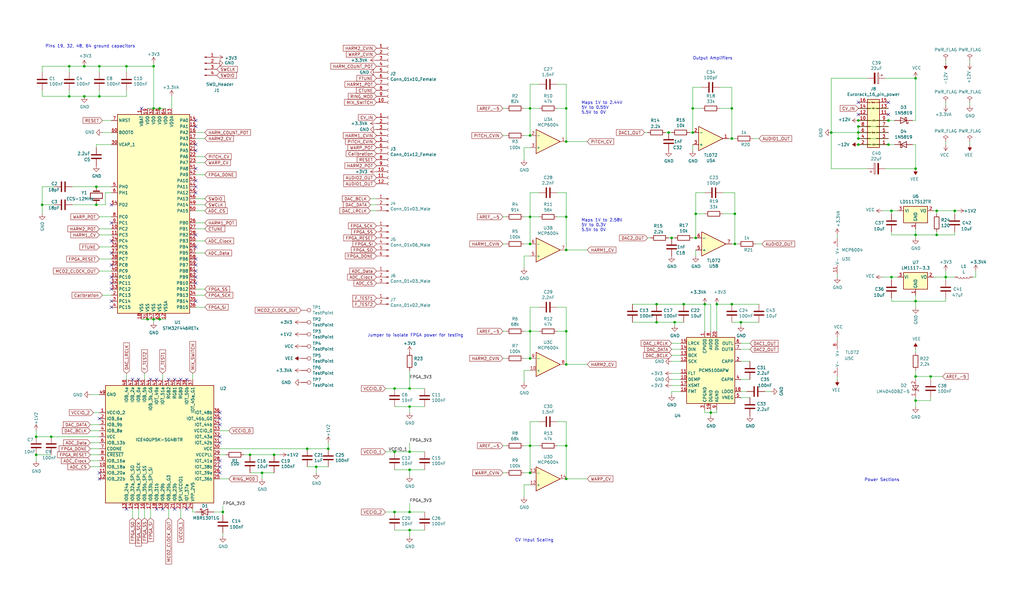
<source format=kicad_sch>
(kicad_sch (version 20230121) (generator eeschema)
  (paper "User" 431.8 250.012)
  (title_block (title "Addatone") (company "Mountjoy Modular"))
  (junction (at 172.72 223.52))
  (junction (at 53.34 27.94))
  (junction (at 361.95 55.88))
  (junction (at 223.52 45.72))
  (junction (at 133.35 196.85))
  (junction (at 138.43 189.23))
  (junction (at 172.72 190.5))
  (junction (at 386.08 71.12))
  (junction (at 238.76 153.67))
  (junction (at 172.72 198.12))
  (junction (at 238.76 201.93))
  (junction (at 64.77 27.94))
  (junction (at 223.52 139.7))
  (junction (at 110.49 199.39))
  (junction (at 361.95 60.96))
  (junction (at 17.78 86.36))
  (junction (at 276.86 135.89))
  (junction (at 375.92 88.9))
  (junction (at 238.76 139.7))
  (junction (at 386.08 158.75))
  (junction (at 386.08 99.06))
  (junction (at 284.48 135.89))
  (junction (at 309.88 102.87))
  (junction (at 309.88 90.17))
  (junction (at 238.76 91.44))
  (junction (at 64.77 45.72))
  (junction (at 64.77 134.62))
  (junction (at 288.29 128.27))
  (junction (at 62.23 134.62))
  (junction (at 312.42 135.89))
  (junction (at 223.52 187.96))
  (junction (at 361.95 58.42))
  (junction (at 375.92 116.84))
  (junction (at 172.72 171.45))
  (junction (at 238.76 105.41))
  (junction (at 40.64 86.36))
  (junction (at 394.97 99.06))
  (junction (at 238.76 45.72))
  (junction (at 281.94 55.88))
  (junction (at 374.65 50.8))
  (junction (at 293.37 90.17))
  (junction (at 392.43 158.75))
  (junction (at 386.08 127))
  (junction (at 35.56 27.94))
  (junction (at 283.21 100.33))
  (junction (at 223.52 91.44))
  (junction (at 223.52 102.87))
  (junction (at 67.31 134.62))
  (junction (at 93.98 215.9))
  (junction (at 40.64 78.74))
  (junction (at 41.91 40.64))
  (junction (at 15.24 184.15))
  (junction (at 308.61 45.72))
  (junction (at 398.78 116.84))
  (junction (at 361.95 53.34))
  (junction (at 166.37 163.83))
  (junction (at 29.21 40.64))
  (junction (at 105.41 191.77))
  (junction (at 223.52 151.13))
  (junction (at 29.21 27.94))
  (junction (at 223.52 57.15))
  (junction (at 402.59 88.9))
  (junction (at 308.61 128.27))
  (junction (at 292.1 55.88))
  (junction (at 293.37 100.33))
  (junction (at 276.86 128.27))
  (junction (at 308.61 58.42))
  (junction (at 21.59 184.15))
  (junction (at 297.18 128.27))
  (junction (at 41.91 27.94))
  (junction (at 238.76 187.96))
  (junction (at 386.08 168.91))
  (junction (at 394.97 88.9))
  (junction (at 166.37 190.5))
  (junction (at 223.52 199.39))
  (junction (at 238.76 59.69))
  (junction (at 374.65 60.96))
  (junction (at 350.52 55.88))
  (junction (at 299.72 173.99))
  (junction (at 302.26 128.27))
  (junction (at 361.95 50.8))
  (junction (at 129.54 189.23))
  (junction (at 292.1 45.72))
  (junction (at 386.08 33.02))
  (junction (at 35.56 40.64))
  (junction (at 15.24 191.77))
  (junction (at 166.37 215.9))
  (junction (at 172.72 215.9))
  (junction (at 172.72 163.83))
  (junction (at 115.57 191.77))
  (junction (at 67.31 45.72))
  (no_connect (at 53.34 214.63))
  (no_connect (at 46.99 129.54))
  (no_connect (at 92.71 186.69))
  (no_connect (at 82.55 104.14))
  (no_connect (at 73.66 214.63))
  (no_connect (at 78.74 214.63))
  (no_connect (at 82.55 111.76))
  (no_connect (at 55.88 160.02))
  (no_connect (at 82.55 78.74))
  (no_connect (at 92.71 194.31))
  (no_connect (at 46.99 106.68))
  (no_connect (at 92.71 176.53))
  (no_connect (at 46.99 127))
  (no_connect (at 46.99 101.6))
  (no_connect (at 71.12 160.02))
  (no_connect (at 82.55 71.12))
  (no_connect (at 46.99 119.38))
  (no_connect (at 46.99 116.84))
  (no_connect (at 78.74 160.02))
  (no_connect (at 92.71 179.07))
  (no_connect (at 46.99 111.76))
  (no_connect (at 59.69 45.72))
  (no_connect (at 374.65 43.18))
  (no_connect (at 68.58 214.63))
  (no_connect (at 41.91 199.39))
  (no_connect (at 82.55 109.22))
  (no_connect (at 46.99 121.92))
  (no_connect (at 92.71 196.85))
  (no_connect (at 73.66 160.02))
  (no_connect (at 76.2 160.02))
  (no_connect (at 82.55 116.84))
  (no_connect (at 63.5 160.02))
  (no_connect (at 41.91 201.93))
  (no_connect (at 82.55 99.06))
  (no_connect (at 82.55 81.28))
  (no_connect (at 92.71 184.15))
  (no_connect (at 46.99 93.98))
  (no_connect (at 82.55 60.96))
  (no_connect (at 82.55 53.34))
  (no_connect (at 66.04 160.02))
  (no_connect (at 82.55 63.5))
  (no_connect (at 82.55 76.2))
  (no_connect (at 374.65 48.26))
  (no_connect (at 82.55 114.3))
  (no_connect (at 82.55 119.38))
  (no_connect (at 361.95 43.18))
  (no_connect (at 361.95 48.26))
  (no_connect (at 41.91 176.53))
  (no_connect (at 58.42 160.02))
  (no_connect (at 82.55 50.8))
  (no_connect (at 92.71 199.39))
  (no_connect (at 92.71 173.99))
  (no_connect (at 66.04 214.63))
  (no_connect (at 82.55 127))
  (no_connect (at 46.99 86.36))
  (wire (pts (xy 408.94 59.69) (xy 408.94 60.96)))
  (wire (pts (xy 41.91 184.15) (xy 21.59 184.15)))
  (wire (pts (xy 68.58 157.48) (xy 68.58 160.02)))
  (wire (pts (xy 90.17 215.9) (xy 93.98 215.9)))
  (wire (pts (xy 281.94 55.88) (xy 283.21 55.88)))
  (wire (pts (xy 82.55 58.42) (xy 86.36 58.42)))
  (wire (pts (xy 398.78 116.84) (xy 398.78 118.11)))
  (wire (pts (xy 234.95 177.8) (xy 238.76 177.8)))
  (wire (pts (xy 297.18 172.72) (xy 297.18 173.99)))
  (wire (pts (xy 29.21 40.64) (xy 35.56 40.64)))
  (wire (pts (xy 62.23 134.62) (xy 64.77 134.62)))
  (wire (pts (xy 308.61 135.89) (xy 312.42 135.89)))
  (wire (pts (xy 384.81 60.96) (xy 386.08 60.96)))
  (wire (pts (xy 60.96 157.48) (xy 60.96 160.02)))
  (wire (pts (xy 402.59 97.79) (xy 402.59 99.06)))
  (wire (pts (xy 283.21 165.1) (xy 283.21 166.37)))
  (wire (pts (xy 162.56 163.83) (xy 166.37 163.83)))
  (wire (pts (xy 38.1 196.85) (xy 41.91 196.85)))
  (wire (pts (xy 299.72 128.27) (xy 299.72 139.7)))
  (wire (pts (xy 297.18 173.99) (xy 299.72 173.99)))
  (wire (pts (xy 283.21 149.86) (xy 287.02 149.86)))
  (wire (pts (xy 53.34 27.94) (xy 64.77 27.94)))
  (wire (pts (xy 312.42 135.89) (xy 320.04 135.89)))
  (wire (pts (xy 353.06 99.06) (xy 353.06 100.33)))
  (wire (pts (xy 64.77 134.62) (xy 64.77 135.89)))
  (wire (pts (xy 38.1 191.77) (xy 41.91 191.77)))
  (wire (pts (xy 212.09 57.15) (xy 213.36 57.15)))
  (wire (pts (xy 393.7 88.9) (xy 394.97 88.9)))
  (wire (pts (xy 64.77 26.67) (xy 64.77 27.94)))
  (wire (pts (xy 394.97 97.79) (xy 394.97 99.06)))
  (wire (pts (xy 82.55 55.88) (xy 86.36 55.88)))
  (wire (pts (xy 284.48 135.89) (xy 288.29 135.89)))
  (wire (pts (xy 30.48 86.36) (xy 40.64 86.36)))
  (wire (pts (xy 62.23 45.72) (xy 64.77 45.72)))
  (wire (pts (xy 287.02 165.1) (xy 283.21 165.1)))
  (wire (pts (xy 375.92 90.17) (xy 375.92 88.9)))
  (wire (pts (xy 220.98 45.72) (xy 223.52 45.72)))
  (wire (pts (xy 361.95 50.8) (xy 374.65 50.8)))
  (wire (pts (xy 411.48 114.3) (xy 411.48 116.84)))
  (wire (pts (xy 227.33 129.54) (xy 223.52 129.54)))
  (wire (pts (xy 110.49 201.93) (xy 110.49 199.39)))
  (wire (pts (xy 172.72 226.06) (xy 172.72 223.52)))
  (wire (pts (xy 133.35 199.39) (xy 133.35 196.85)))
  (wire (pts (xy 227.33 35.56) (xy 223.52 35.56)))
  (wire (pts (xy 82.55 83.82) (xy 86.36 83.82)))
  (wire (pts (xy 220.98 57.15) (xy 223.52 57.15)))
  (wire (pts (xy 361.95 45.72) (xy 374.65 45.72)))
  (wire (pts (xy 223.52 81.28) (xy 223.52 91.44)))
  (wire (pts (xy 58.42 214.63) (xy 58.42 218.44)))
  (wire (pts (xy 53.34 30.48) (xy 53.34 27.94)))
  (wire (pts (xy 386.08 127) (xy 398.78 127)))
  (wire (pts (xy 93.98 215.9) (xy 93.98 213.36)))
  (wire (pts (xy 288.29 128.27) (xy 297.18 128.27)))
  (wire (pts (xy 365.76 71.12) (xy 350.52 71.12)))
  (wire (pts (xy 44.45 86.36) (xy 44.45 81.28)))
  (wire (pts (xy 67.31 45.72) (xy 69.85 45.72)))
  (wire (pts (xy 59.69 134.62) (xy 62.23 134.62)))
  (wire (pts (xy 302.26 128.27) (xy 308.61 128.27)))
  (wire (pts (xy 172.72 215.9) (xy 166.37 215.9)))
  (wire (pts (xy 81.28 157.48) (xy 81.28 160.02)))
  (wire (pts (xy 283.21 157.48) (xy 287.02 157.48)))
  (wire (pts (xy 82.55 106.68) (xy 86.36 106.68)))
  (wire (pts (xy 41.91 30.48) (xy 41.91 27.94)))
  (wire (pts (xy 271.78 55.88) (xy 273.05 55.88)))
  (wire (pts (xy 361.95 58.42) (xy 361.95 55.88)))
  (wire (pts (xy 82.55 68.58) (xy 86.36 68.58)))
  (wire (pts (xy 40.64 60.96) (xy 40.64 62.23)))
  (wire (pts (xy 398.78 114.3) (xy 398.78 116.84)))
  (wire (pts (xy 166.37 223.52) (xy 172.72 223.52)))
  (wire (pts (xy 276.86 128.27) (xy 288.29 128.27)))
  (wire (pts (xy 284.48 137.16) (xy 284.48 135.89)))
  (wire (pts (xy 172.72 163.83) (xy 166.37 163.83)))
  (wire (pts (xy 408.94 43.18) (xy 408.94 44.45)))
  (wire (pts (xy 41.91 27.94) (xy 35.56 27.94)))
  (wire (pts (xy 46.99 124.46) (xy 43.18 124.46)))
  (wire (pts (xy 92.71 189.23) (xy 129.54 189.23)))
  (wire (pts (xy 386.08 71.12) (xy 373.38 71.12)))
  (wire (pts (xy 129.54 189.23) (xy 138.43 189.23)))
  (wire (pts (xy 292.1 100.33) (xy 293.37 100.33)))
  (wire (pts (xy 317.5 58.42) (xy 320.04 58.42)))
  (wire (pts (xy 238.76 35.56) (xy 238.76 45.72)))
  (wire (pts (xy 292.1 60.96) (xy 292.1 63.5)))
  (wire (pts (xy 17.78 40.64) (xy 29.21 40.64)))
  (wire (pts (xy 212.09 91.44) (xy 213.36 91.44)))
  (wire (pts (xy 266.7 128.27) (xy 276.86 128.27)))
  (wire (pts (xy 44.45 81.28) (xy 46.99 81.28)))
  (wire (pts (xy 350.52 33.02) (xy 350.52 55.88)))
  (wire (pts (xy 374.65 60.96) (xy 377.19 60.96)))
  (wire (pts (xy 302.26 128.27) (xy 302.26 139.7)))
  (wire (pts (xy 309.88 102.87) (xy 309.88 90.17)))
  (wire (pts (xy 17.78 78.74) (xy 17.78 86.36)))
  (wire (pts (xy 93.98 224.79) (xy 93.98 226.06)))
  (wire (pts (xy 299.72 173.99) (xy 299.72 175.26)))
  (wire (pts (xy 386.08 96.52) (xy 386.08 99.06)))
  (wire (pts (xy 266.7 135.89) (xy 276.86 135.89)))
  (wire (pts (xy 220.98 199.39) (xy 223.52 199.39)))
  (wire (pts (xy 38.1 181.61) (xy 41.91 181.61)))
  (wire (pts (xy 295.91 36.83) (xy 292.1 36.83)))
  (wire (pts (xy 308.61 102.87) (xy 309.88 102.87)))
  (wire (pts (xy 46.99 78.74) (xy 40.64 78.74)))
  (wire (pts (xy 299.72 172.72) (xy 299.72 173.99)))
  (wire (pts (xy 375.92 116.84) (xy 378.46 116.84)))
  (wire (pts (xy 82.55 93.98) (xy 86.36 93.98)))
  (wire (pts (xy 29.21 30.48) (xy 29.21 27.94)))
  (wire (pts (xy 394.97 90.17) (xy 394.97 88.9)))
  (wire (pts (xy 220.98 62.23) (xy 220.98 67.31)))
  (wire (pts (xy 64.77 45.72) (xy 67.31 45.72)))
  (wire (pts (xy 227.33 177.8) (xy 223.52 177.8)))
  (wire (pts (xy 172.72 173.99) (xy 172.72 171.45)))
  (wire (pts (xy 365.76 33.02) (xy 350.52 33.02)))
  (wire (pts (xy 304.8 81.28) (xy 309.88 81.28)))
  (wire (pts (xy 312.42 165.1) (xy 314.96 165.1)))
  (wire (pts (xy 156.21 86.36) (xy 158.75 86.36)))
  (wire (pts (xy 63.5 214.63) (xy 63.5 218.44)))
  (wire (pts (xy 374.65 58.42) (xy 361.95 58.42)))
  (wire (pts (xy 292.1 45.72) (xy 292.1 55.88)))
  (wire (pts (xy 38.1 186.69) (xy 41.91 186.69)))
  (wire (pts (xy 64.77 134.62) (xy 67.31 134.62)))
  (wire (pts (xy 227.33 91.44) (xy 223.52 91.44)))
  (wire (pts (xy 17.78 86.36) (xy 17.78 90.17)))
  (wire (pts (xy 394.97 88.9) (xy 402.59 88.9)))
  (wire (pts (xy 86.36 124.46) (xy 82.55 124.46)))
  (wire (pts (xy 374.65 55.88) (xy 361.95 55.88)))
  (wire (pts (xy 386.08 33.02) (xy 373.38 33.02)))
  (wire (pts (xy 247.65 105.41) (xy 238.76 105.41)))
  (wire (pts (xy 312.42 152.4) (xy 316.23 152.4)))
  (wire (pts (xy 105.41 191.77) (xy 115.57 191.77)))
  (wire (pts (xy 318.77 102.87) (xy 321.31 102.87)))
  (wire (pts (xy 386.08 168.91) (xy 386.08 171.45)))
  (wire (pts (xy 17.78 86.36) (xy 22.86 86.36)))
  (wire (pts (xy 307.34 58.42) (xy 308.61 58.42)))
  (wire (pts (xy 220.98 107.95) (xy 220.98 113.03)))
  (wire (pts (xy 129.54 196.85) (xy 133.35 196.85)))
  (wire (pts (xy 223.52 62.23) (xy 220.98 62.23)))
  (wire (pts (xy 172.72 212.09) (xy 172.72 215.9)))
  (wire (pts (xy 223.52 139.7) (xy 223.52 151.13)))
  (wire (pts (xy 303.53 36.83) (xy 308.61 36.83)))
  (wire (pts (xy 290.83 55.88) (xy 292.1 55.88)))
  (wire (pts (xy 309.88 81.28) (xy 309.88 90.17)))
  (wire (pts (xy 55.88 218.44) (xy 55.88 214.63)))
  (wire (pts (xy 297.18 81.28) (xy 293.37 81.28)))
  (wire (pts (xy 398.78 25.4) (xy 398.78 26.67)))
  (wire (pts (xy 398.78 116.84) (xy 402.59 116.84)))
  (wire (pts (xy 172.72 190.5) (xy 179.07 190.5)))
  (wire (pts (xy 283.21 162.56) (xy 287.02 162.56)))
  (wire (pts (xy 223.52 204.47) (xy 220.98 204.47)))
  (wire (pts (xy 172.72 223.52) (xy 179.07 223.52)))
  (wire (pts (xy 297.18 128.27) (xy 297.18 139.7)))
  (wire (pts (xy 234.95 81.28) (xy 238.76 81.28)))
  (wire (pts (xy 17.78 27.94) (xy 29.21 27.94)))
  (wire (pts (xy 375.92 97.79) (xy 375.92 99.06)))
  (wire (pts (xy 295.91 45.72) (xy 292.1 45.72)))
  (wire (pts (xy 281.94 100.33) (xy 283.21 100.33)))
  (wire (pts (xy 223.52 107.95) (xy 220.98 107.95)))
  (wire (pts (xy 227.33 187.96) (xy 223.52 187.96)))
  (wire (pts (xy 361.95 53.34) (xy 361.95 55.88)))
  (wire (pts (xy 247.65 59.69) (xy 238.76 59.69)))
  (wire (pts (xy 312.42 144.78) (xy 316.23 144.78)))
  (wire (pts (xy 38.1 166.37) (xy 41.91 166.37)))
  (wire (pts (xy 312.42 160.02) (xy 316.23 160.02)))
  (wire (pts (xy 322.58 165.1) (xy 325.12 165.1)))
  (wire (pts (xy 212.09 199.39) (xy 213.36 199.39)))
  (wire (pts (xy 283.21 100.33) (xy 284.48 100.33)))
  (wire (pts (xy 220.98 102.87) (xy 223.52 102.87)))
  (wire (pts (xy 247.65 153.67) (xy 238.76 153.67)))
  (wire (pts (xy 72.39 40.64) (xy 72.39 45.72)))
  (wire (pts (xy 212.09 45.72) (xy 213.36 45.72)))
  (wire (pts (xy 386.08 50.8) (xy 386.08 33.02)))
  (wire (pts (xy 402.59 88.9) (xy 402.59 90.17)))
  (wire (pts (xy 283.21 144.78) (xy 287.02 144.78)))
  (wire (pts (xy 105.41 199.39) (xy 110.49 199.39)))
  (wire (pts (xy 374.65 53.34) (xy 361.95 53.34)))
  (wire (pts (xy 162.56 215.9) (xy 166.37 215.9)))
  (wire (pts (xy 220.98 204.47) (xy 220.98 209.55)))
  (wire (pts (xy 172.72 190.5) (xy 166.37 190.5)))
  (wire (pts (xy 386.08 60.96) (xy 386.08 71.12)))
  (wire (pts (xy 41.91 99.06) (xy 46.99 99.06)))
  (wire (pts (xy 238.76 177.8) (xy 238.76 187.96)))
  (wire (pts (xy 386.08 168.91) (xy 392.43 168.91)))
  (wire (pts (xy 238.76 187.96) (xy 238.76 201.93)))
  (wire (pts (xy 280.67 55.88) (xy 281.94 55.88)))
  (wire (pts (xy 17.78 40.64) (xy 17.78 38.1)))
  (wire (pts (xy 227.33 139.7) (xy 223.52 139.7)))
  (wire (pts (xy 41.91 104.14) (xy 46.99 104.14)))
  (wire (pts (xy 220.98 156.21) (xy 220.98 161.29)))
  (wire (pts (xy 234.95 91.44) (xy 238.76 91.44)))
  (wire (pts (xy 247.65 201.93) (xy 238.76 201.93)))
  (wire (pts (xy 386.08 127) (xy 386.08 129.54)))
  (wire (pts (xy 375.92 88.9) (xy 378.46 88.9)))
  (wire (pts (xy 82.55 96.52) (xy 86.36 96.52)))
  (wire (pts (xy 398.78 43.18) (xy 398.78 44.45)))
  (wire (pts (xy 138.43 186.69) (xy 138.43 189.23)))
  (wire (pts (xy 67.31 134.62) (xy 69.85 134.62)))
  (wire (pts (xy 53.34 157.48) (xy 53.34 160.02)))
  (wire (pts (xy 82.55 129.54) (xy 86.36 129.54)))
  (wire (pts (xy 394.97 99.06) (xy 386.08 99.06)))
  (wire (pts (xy 402.59 99.06) (xy 394.97 99.06)))
  (wire (pts (xy 212.09 102.87) (xy 213.36 102.87)))
  (wire (pts (xy 102.87 191.77) (xy 105.41 191.77)))
  (wire (pts (xy 234.95 187.96) (xy 238.76 187.96)))
  (wire (pts (xy 93.98 215.9) (xy 93.98 217.17)))
  (wire (pts (xy 402.59 88.9) (xy 403.86 88.9)))
  (wire (pts (xy 41.91 114.3) (xy 46.99 114.3)))
  (wire (pts (xy 386.08 158.75) (xy 386.08 160.02)))
  (wire (pts (xy 276.86 135.89) (xy 284.48 135.89)))
  (wire (pts (xy 29.21 27.94) (xy 35.56 27.94)))
  (wire (pts (xy 309.88 90.17) (xy 304.8 90.17)))
  (wire (pts (xy 212.09 187.96) (xy 213.36 187.96)))
  (wire (pts (xy 212.09 139.7) (xy 213.36 139.7)))
  (wire (pts (xy 96.52 201.93) (xy 92.71 201.93)))
  (wire (pts (xy 283.21 152.4) (xy 287.02 152.4)))
  (wire (pts (xy 53.34 27.94) (xy 41.91 27.94)))
  (wire (pts (xy 398.78 59.69) (xy 398.78 60.96)))
  (wire (pts (xy 302.26 172.72) (xy 302.26 173.99)))
  (wire (pts (xy 238.76 91.44) (xy 238.76 105.41)))
  (wire (pts (xy 156.21 83.82) (xy 158.75 83.82)))
  (wire (pts (xy 29.21 38.1) (xy 29.21 40.64)))
  (wire (pts (xy 408.94 25.4) (xy 408.94 26.67)))
  (wire (pts (xy 71.12 214.63) (xy 71.12 218.44)))
  (wire (pts (xy 227.33 81.28) (xy 223.52 81.28)))
  (wire (pts (xy 82.55 88.9) (xy 86.36 88.9)))
  (wire (pts (xy 46.99 60.96) (xy 40.64 60.96)))
  (wire (pts (xy 411.48 116.84) (xy 410.21 116.84)))
  (wire (pts (xy 308.61 58.42) (xy 308.61 45.72)))
  (wire (pts (xy 82.55 101.6) (xy 86.36 101.6)))
  (wire (pts (xy 227.33 45.72) (xy 223.52 45.72)))
  (wire (pts (xy 223.52 91.44) (xy 223.52 102.87)))
  (wire (pts (xy 293.37 81.28) (xy 293.37 90.17)))
  (wire (pts (xy 64.77 27.94) (xy 64.77 45.72)))
  (wire (pts (xy 110.49 199.39) (xy 115.57 199.39)))
  (wire (pts (xy 234.95 129.54) (xy 238.76 129.54)))
  (wire (pts (xy 386.08 156.21) (xy 386.08 158.75)))
  (wire (pts (xy 397.51 158.75) (xy 392.43 158.75)))
  (wire (pts (xy 302.26 173.99) (xy 299.72 173.99)))
  (wire (pts (xy 234.95 35.56) (xy 238.76 35.56)))
  (wire (pts (xy 82.55 73.66) (xy 86.36 73.66)))
  (wire (pts (xy 15.24 191.77) (xy 15.24 194.31)))
  (wire (pts (xy 220.98 139.7) (xy 223.52 139.7)))
  (wire (pts (xy 118.11 191.77) (xy 115.57 191.77)))
  (wire (pts (xy 238.76 81.28) (xy 238.76 91.44)))
  (wire (pts (xy 53.34 40.64) (xy 53.34 38.1)))
  (wire (pts (xy 81.28 214.63) (xy 81.28 215.9)))
  (wire (pts (xy 274.32 100.33) (xy 273.05 100.33)))
  (wire (pts (xy 308.61 45.72) (xy 303.53 45.72)))
  (wire (pts (xy 374.65 50.8) (xy 377.19 50.8)))
  (wire (pts (xy 293.37 105.41) (xy 293.37 107.95)))
  (wire (pts (xy 353.06 142.24) (xy 353.06 143.51)))
  (wire (pts (xy 238.76 45.72) (xy 238.76 59.69)))
  (wire (pts (xy 375.92 127) (xy 386.08 127)))
  (wire (pts (xy 172.72 163.83) (xy 179.07 163.83)))
  (wire (pts (xy 172.72 186.69) (xy 172.72 190.5)))
  (wire (pts (xy 308.61 36.83) (xy 308.61 45.72)))
  (wire (pts (xy 223.52 177.8) (xy 223.52 187.96)))
  (wire (pts (xy 308.61 58.42) (xy 309.88 58.42)))
  (wire (pts (xy 39.37 173.99) (xy 41.91 173.99)))
  (wire (pts (xy 312.42 137.16) (xy 312.42 135.89)))
  (wire (pts (xy 223.52 129.54) (xy 223.52 139.7)))
  (wire (pts (xy 361.95 60.96) (xy 374.65 60.96)))
  (wire (pts (xy 299.72 128.27) (xy 297.18 128.27)))
  (wire (pts (xy 172.72 171.45) (xy 179.07 171.45)))
  (wire (pts (xy 38.1 194.31) (xy 41.91 194.31)))
  (wire (pts (xy 38.1 189.23) (xy 41.91 189.23)))
  (wire (pts (xy 21.59 191.77) (xy 15.24 191.77)))
  (wire (pts (xy 398.78 125.73) (xy 398.78 127)))
  (wire (pts (xy 312.42 167.64) (xy 316.23 167.64)))
  (wire (pts (xy 82.55 86.36) (xy 86.36 86.36)))
  (wire (pts (xy 392.43 160.02) (xy 392.43 158.75)))
  (wire (pts (xy 392.43 158.75) (xy 386.08 158.75)))
  (wire (pts (xy 238.76 139.7) (xy 238.76 153.67)))
  (wire (pts (xy 393.7 116.84) (xy 398.78 116.84)))
  (wire (pts (xy 156.21 88.9) (xy 158.75 88.9)))
  (wire (pts (xy 386.08 167.64) (xy 386.08 168.91)))
  (wire (pts (xy 40.64 78.74) (xy 30.48 78.74)))
  (wire (pts (xy 92.71 181.61) (xy 96.52 181.61)))
  (wire (pts (xy 223.52 35.56) (xy 223.52 45.72)))
  (wire (pts (xy 172.72 215.9) (xy 179.07 215.9)))
  (wire (pts (xy 283.21 147.32) (xy 287.02 147.32)))
  (wire (pts (xy 223.52 156.21) (xy 220.98 156.21)))
  (wire (pts (xy 234.95 139.7) (xy 238.76 139.7)))
  (wire (pts (xy 133.35 196.85) (xy 138.43 196.85)))
  (wire (pts (xy 172.72 198.12) (xy 179.07 198.12)))
  (wire (pts (xy 166.37 198.12) (xy 172.72 198.12)))
  (wire (pts (xy 375.92 118.11) (xy 375.92 116.84)))
  (wire (pts (xy 21.59 184.15) (xy 15.24 184.15)))
  (wire (pts (xy 350.52 55.88) (xy 361.95 55.88)))
  (wire (pts (xy 350.52 71.12) (xy 350.52 55.88)))
  (wire (pts (xy 375.92 125.73) (xy 375.92 127)))
  (wire (pts (xy 308.61 128.27) (xy 320.04 128.27)))
  (wire (pts (xy 353.06 115.57) (xy 353.06 116.84)))
  (wire (pts (xy 162.56 190.5) (xy 166.37 190.5)))
  (wire (pts (xy 82.55 66.04) (xy 86.36 66.04)))
  (wire (pts (xy 234.95 45.72) (xy 238.76 45.72)))
  (wire (pts (xy 44.45 86.36) (xy 40.64 86.36)))
  (wire (pts (xy 220.98 91.44) (xy 223.52 91.44)))
  (wire (pts (xy 41.91 109.22) (xy 46.99 109.22)))
  (wire (pts (xy 38.1 179.07) (xy 41.91 179.07)))
  (wire (pts (xy 172.72 156.21) (xy 172.72 163.83)))
  (wire (pts (xy 386.08 147.32) (xy 386.08 148.59)))
  (wire (pts (xy 238.76 129.54) (xy 238.76 139.7)))
  (wire (pts (xy 220.98 187.96) (xy 223.52 187.96)))
  (wire (pts (xy 15.24 181.61) (xy 15.24 184.15)))
  (wire (pts (xy 386.08 124.46) (xy 386.08 127)))
  (wire (pts (xy 46.99 50.8) (xy 43.18 50.8)))
  (wire (pts (xy 212.09 151.13) (xy 213.36 151.13)))
  (wire (pts (xy 35.56 40.64) (xy 41.91 40.64)))
  (wire (pts (xy 172.72 200.66) (xy 172.72 198.12)))
  (wire (pts (xy 41.91 40.64) (xy 53.34 40.64)))
  (wire (pts (xy 43.18 55.88) (xy 46.99 55.88)))
  (wire (pts (xy 220.98 151.13) (xy 223.52 151.13)))
  (wire (pts (xy 372.11 116.84) (xy 375.92 116.84)))
  (wire (pts (xy 223.52 187.96) (xy 223.52 199.39)))
  (wire (pts (xy 312.42 147.32) (xy 316.23 147.32)))
  (wire (pts (xy 92.71 191.77) (xy 95.25 191.77)))
  (wire (pts (xy 22.86 78.74) (xy 17.78 78.74)))
  (wire (pts (xy 292.1 36.83) (xy 292.1 45.72)))
  (wire (pts (xy 81.28 215.9) (xy 82.55 215.9)))
  (wire (pts (xy 283.21 160.02) (xy 287.02 160.02)))
  (wire (pts (xy 41.91 96.52) (xy 46.99 96.52)))
  (wire (pts (xy 353.06 158.75) (xy 353.06 160.02)))
  (wire (pts (xy 223.52 45.72) (xy 223.52 57.15)))
  (wire (pts (xy 41.91 91.44) (xy 46.99 91.44)))
  (wire (pts (xy 372.11 88.9) (xy 375.92 88.9)))
  (wire (pts (xy 41.91 38.1) (xy 41.91 40.64)))
  (wire (pts (xy 297.18 90.17) (xy 293.37 90.17)))
  (wire (pts (xy 76.2 214.63) (xy 76.2 218.44)))
  (wire (pts (xy 392.43 168.91) (xy 392.43 167.64)))
  (wire (pts (xy 60.96 214.63) (xy 60.96 218.44)))
  (wire (pts (xy 386.08 99.06) (xy 386.08 100.33)))
  (wire (pts (xy 309.88 102.87) (xy 311.15 102.87)))
  (wire (pts (xy 166.37 171.45) (xy 172.72 171.45)))
  (wire (pts (xy 384.81 50.8) (xy 386.08 50.8)))
  (wire (pts (xy 375.92 99.06) (xy 386.08 99.06)))
  (wire (pts (xy 293.37 90.17) (xy 293.37 100.33)))
  (wire (pts (xy 82.55 121.92) (xy 86.36 121.92)))
  (wire (pts (xy 17.78 30.48) (xy 17.78 27.94)))
  (wire (pts (xy 64.77 45.72) (xy 64.77 46.99)))
  (text "Jumper to isolate FPGA power for testing" (at 154.94 142.24 0) (effects (font (size 1.27 1.27)) (justify left bottom)))
  (text "Maps 1V to 2.58V\n5V to 0.3V\n5.5V to 0V" (at 245.11 97.79 0) (effects (font (size 1.27 1.27)) (justify left bottom)))
  (text "Maps 1V to 2.44V\n5V to 0.55V\n5.5V to 0V" (at 245.11 48.26 0) (effects (font (size 1.27 1.27)) (justify left bottom)))
  (text "Pins 19, 32, 48, 64 ground capacitors" (at 19.05 20.32 0) (effects (font (size 1.27 1.27)) (justify left bottom)))
  (text "Power Sections" (at 364.49 203.2 0) (effects (font (size 1.27 1.27)) (justify left bottom)))
  (text "Output Amplifiers" (at 292.1 25.4 0) (effects (font (size 1.27 1.27)) (justify left bottom)))
  (text "CV Input Scaling" (at 217.17 228.6 0) (effects (font (size 1.27 1.27)) (justify left bottom)))
  (label "FPGA_3V3" (at 172.72 212.09 0))
  (label "FPGA_3V3" (at 172.72 160.02 0))
  (label "VCCIO_1" (at 163.83 190.5 0))
  (label "FPGA_3V3" (at 172.72 186.69 0))
  (label "FPGA_3V3" (at 93.98 213.36 0))
  (global_label "HARM1_POT" (shape input) (at 158.75 35.56 180) (property "Intersheetrefs" "${INTERSHEET_REFS}" (effects hide)))
  (global_label "FPGA_DONE" (shape input) (at 38.1 189.23 180) (property "Intersheetrefs" "${INTERSHEET_REFS}" (effects hide)))
  (global_label "HARM1_CVIN" (shape input) (at 212.09 102.87 180) (property "Intersheetrefs" "${INTERSHEET_REFS}" (effects hide)))
  (global_label "RESET" (shape input) (at 43.18 50.8 180) (property "Intersheetrefs" "${INTERSHEET_REFS}" (effects hide)))
  (global_label "WARP_CVIN" (shape input) (at 212.09 199.39 180) (property "Intersheetrefs" "${INTERSHEET_REFS}" (effects hide)))
  (global_label "RING_MOD" (shape input) (at 96.52 201.93 0) (property "Intersheetrefs" "${INTERSHEET_REFS}" (effects hide)))
  (global_label "FTUNE" (shape input) (at 41.91 104.14 180) (property "Intersheetrefs" "${INTERSHEET_REFS}" (effects hide)))
  (global_label "FPGA_RESET" (shape input) (at 158.75 100.33 180) (property "Intersheetrefs" "${INTERSHEET_REFS}" (effects hide)))
  (global_label "WARP_POT" (shape input) (at 158.75 62.23 180) (property "Intersheetrefs" "${INTERSHEET_REFS}" (effects hide)))
  (global_label "CTUNE" (shape input) (at 158.75 38.1 180) (property "Intersheetrefs" "${INTERSHEET_REFS}" (effects hide)))
  (global_label "AREF_-5" (shape input) (at 212.09 45.72 180) (property "Intersheetrefs" "${INTERSHEET_REFS}" (effects hide)))
  (global_label "F_TEST1" (shape input) (at 68.58 157.48 90) (property "Intersheetrefs" "${INTERSHEET_REFS}" (effects hide)))
  (global_label "AREF_-5" (shape input) (at 212.09 91.44 180) (property "Intersheetrefs" "${INTERSHEET_REFS}" (effects hide)))
  (global_label "HARM2_CV" (shape input) (at 247.65 153.67 0) (property "Intersheetrefs" "${INTERSHEET_REFS}" (effects hide)))
  (global_label "F_TEST2" (shape input) (at 158.75 128.27 180) (property "Intersheetrefs" "${INTERSHEET_REFS}" (effects hide)))
  (global_label "FPGA_DONE" (shape input) (at 158.75 107.95 180) (property "Intersheetrefs" "${INTERSHEET_REFS}" (effects hide)))
  (global_label "DAC_DATA" (shape input) (at 38.1 179.07 180) (property "Intersheetrefs" "${INTERSHEET_REFS}" (effects hide)))
  (global_label "FPGA_SCK" (shape input) (at 58.42 218.44 270) (property "Intersheetrefs" "${INTERSHEET_REFS}" (effects hide)))
  (global_label "F_TEST1" (shape input) (at 158.75 125.73 180) (property "Intersheetrefs" "${INTERSHEET_REFS}" (effects hide)))
  (global_label "MIX_SWITCH" (shape input) (at 81.28 157.48 90) (property "Intersheetrefs" "${INTERSHEET_REFS}" (effects hide)))
  (global_label "HARM2_POT" (shape input) (at 158.75 69.85 180) (property "Intersheetrefs" "${INTERSHEET_REFS}" (effects hide)))
  (global_label "FPGA_SI" (shape input) (at 63.5 218.44 270) (property "Intersheetrefs" "${INTERSHEET_REFS}" (effects hide)))
  (global_label "VCCIO_1" (shape input) (at 76.2 218.44 270) (property "Intersheetrefs" "${INTERSHEET_REFS}" (effects hide)))
  (global_label "HARM2_CVIN" (shape input) (at 158.75 20.32 180) (property "Intersheetrefs" "${INTERSHEET_REFS}" (effects hide)))
  (global_label "F_TEST2" (shape input) (at 60.96 157.48 90) (property "Intersheetrefs" "${INTERSHEET_REFS}" (effects hide)))
  (global_label "HARM2_CVIN" (shape input) (at 212.09 151.13 180) (property "Intersheetrefs" "${INTERSHEET_REFS}" (effects hide)))
  (global_label "SWCLK" (shape input) (at 86.36 86.36 0) (property "Intersheetrefs" "${INTERSHEET_REFS}" (effects hide)))
  (global_label "VCCIO_0" (shape input) (at 96.52 181.61 0) (property "Intersheetrefs" "${INTERSHEET_REFS}" (effects hide)))
  (global_label "FPGA_SS" (shape input) (at 60.96 218.44 270) (property "Intersheetrefs" "${INTERSHEET_REFS}" (effects hide)))
  (global_label "WARP_CV" (shape input) (at 247.65 201.93 0) (property "Intersheetrefs" "${INTERSHEET_REFS}" (effects hide)))
  (global_label "FTUNE" (shape input) (at 158.75 33.02 180) (property "Intersheetrefs" "${INTERSHEET_REFS}" (effects hide)))
  (global_label "VCCIO_2" (shape input) (at 162.56 215.9 180) (property "Intersheetrefs" "${INTERSHEET_REFS}" (effects hide)))
  (global_label "DAC_DATA" (shape input) (at 156.21 86.36 180) (property "Intersheetrefs" "${INTERSHEET_REFS}" (effects hide)))
  (global_label "Calibration" (shape input) (at 158.75 64.77 180) (property "Intersheetrefs" "${INTERSHEET_REFS}" (effects hide)))
  (global_label "VCCIO_0" (shape input) (at 162.56 163.83 180) (property "Intersheetrefs" "${INTERSHEET_REFS}" (effects hide)))
  (global_label "PITCH_CV" (shape input) (at 86.36 66.04 0) (property "Intersheetrefs" "${INTERSHEET_REFS}" (effects hide)))
  (global_label "PITCH_CVIN" (shape input) (at 158.75 59.69 180) (property "Intersheetrefs" "${INTERSHEET_REFS}" (effects hide)))
  (global_label "CV_IN" (shape input) (at 361.95 45.72 180) (property "Intersheetrefs" "${INTERSHEET_REFS}" (effects hide)))
  (global_label "ADC_Clock" (shape input) (at 38.1 194.31 180) (property "Intersheetrefs" "${INTERSHEET_REFS}" (effects hide)))
  (global_label "AUDIO2_OUT" (shape input) (at 321.31 102.87 0) (property "Intersheetrefs" "${INTERSHEET_REFS}" (effects hide)))
  (global_label "SWCLK" (shape input) (at 91.44 29.21 0) (property "Intersheetrefs" "${INTERSHEET_REFS}" (effects hide)))
  (global_label "AREF_-5" (shape input) (at 212.09 139.7 180) (property "Intersheetrefs" "${INTERSHEET_REFS}" (effects hide)))
  (global_label "VCCIO_2" (shape input) (at 39.37 173.99 180) (property "Intersheetrefs" "${INTERSHEET_REFS}" (effects hide)))
  (global_label "ADC_Data" (shape input) (at 86.36 106.68 0) (property "Intersheetrefs" "${INTERSHEET_REFS}" (effects hide)))
  (global_label "FPGA_DONE" (shape input) (at 86.36 73.66 0) (property "Intersheetrefs" "${INTERSHEET_REFS}" (effects hide)))
  (global_label "DAC2_OUT" (shape input) (at 316.23 147.32 0) (property "Intersheetrefs" "${INTERSHEET_REFS}" (effects hide)))
  (global_label "HARM1_CV" (shape input) (at 41.91 99.06 180) (property "Intersheetrefs" "${INTERSHEET_REFS}" (effects hide)))
  (global_label "WARP_CVIN" (shape input) (at 158.75 22.86 180) (property "Intersheetrefs" "${INTERSHEET_REFS}" (effects hide)))
  (global_label "RESET" (shape input) (at 158.75 67.31 180) (property "Intersheetrefs" "${INTERSHEET_REFS}" (effects hide)))
  (global_label "AUDIO1_OUT" (shape input) (at 320.04 58.42 0) (property "Intersheetrefs" "${INTERSHEET_REFS}" (effects hide)))
  (global_label "AREF_-5" (shape input) (at 212.09 187.96 180) (property "Intersheetrefs" "${INTERSHEET_REFS}" (effects hide)))
  (global_label "FPGA_SO" (shape input) (at 158.75 105.41 180) (property "Intersheetrefs" "${INTERSHEET_REFS}" (effects hide)))
  (global_label "DAC1_OUT" (shape input) (at 271.78 55.88 180) (property "Intersheetrefs" "${INTERSHEET_REFS}" (effects hide)))
  (global_label "FPGA_SI" (shape input) (at 86.36 129.54 0) (property "Intersheetrefs" "${INTERSHEET_REFS}" (effects hide)))
  (global_label "FPGA_SO" (shape input) (at 55.88 218.44 270) (property "Intersheetrefs" "${INTERSHEET_REFS}" (effects hide)))
  (global_label "FPGA_SS" (shape input) (at 158.75 97.79 180) (property "Intersheetrefs" "${INTERSHEET_REFS}" (effects hide)))
  (global_label "HARM1_CVIN" (shape input) (at 158.75 57.15 180) (property "Intersheetrefs" "${INTERSHEET_REFS}" (effects hide)))
  (global_label "FPGA_SI" (shape input) (at 158.75 102.87 180) (property "Intersheetrefs" "${INTERSHEET_REFS}" (effects hide)))
  (global_label "PITCH_CV" (shape input) (at 247.65 59.69 0) (property "Intersheetrefs" "${INTERSHEET_REFS}" (effects hide)))
  (global_label "SWDIO" (shape input) (at 91.44 31.75 0) (property "Intersheetrefs" "${INTERSHEET_REFS}" (effects hide)))
  (global_label "HARM_COUNT_POT" (shape input) (at 86.36 55.88 0) (property "Intersheetrefs" "${INTERSHEET_REFS}" (effects hide)))
  (global_label "CV_IN" (shape input) (at 158.75 49.53 180) (property "Intersheetrefs" "${INTERSHEET_REFS}" (effects hide)))
  (global_label "AREF_-5" (shape input) (at 397.51 158.75 0) (property "Intersheetrefs" "${INTERSHEET_REFS}" (effects hide)))
  (global_label "RING_MOD" (shape input) (at 158.75 40.64 180) (property "Intersheetrefs" "${INTERSHEET_REFS}" (effects hide)))
  (global_label "DAC_LRCLK" (shape input) (at 283.21 144.78 180) (property "Intersheetrefs" "${INTERSHEET_REFS}" (effects hide)))
  (global_label "DAC_LRCLK" (shape input) (at 156.21 88.9 180) (property "Intersheetrefs" "${INTERSHEET_REFS}" (effects hide)))
  (global_label "WARP_CV" (shape input) (at 86.36 68.58 0) (property "Intersheetrefs" "${INTERSHEET_REFS}" (effects hide)))
  (global_label "ADC_CS" (shape input) (at 38.1 196.85 180) (property "Intersheetrefs" "${INTERSHEET_REFS}" (effects hide)))
  (global_label "FPGA_RESET" (shape input) (at 41.91 109.22 180) (property "Intersheetrefs" "${INTERSHEET_REFS}" (effects hide)))
  (global_label "Calibration" (shape input) (at 43.18 124.46 180) (property "Intersheetrefs" "${INTERSHEET_REFS}" (effects hide)))
  (global_label "DAC_BCLK" (shape input) (at 156.21 83.82 180) (property "Intersheetrefs" "${INTERSHEET_REFS}" (effects hide)))
  (global_label "ADC_Data" (shape input) (at 38.1 186.69 180) (property "Intersheetrefs" "${INTERSHEET_REFS}" (effects hide)))
  (global_label "FPGA_SCK" (shape input) (at 158.75 95.25 180) (property "Intersheetrefs" "${INTERSHEET_REFS}" (effects hide)))
  (global_label "ADC_Clock" (shape input) (at 158.75 116.84 180) (property "Intersheetrefs" "${INTERSHEET_REFS}" (effects hide)))
  (global_label "HARM2_POT" (shape input) (at 41.91 96.52 180) (property "Intersheetrefs" "${INTERSHEET_REFS}" (effects hide)))
  (global_label "MIX_SWITCH" (shape input) (at 158.75 43.18 180) (property "Intersheetrefs" "${INTERSHEET_REFS}" (effects hide)))
  (global_label "ADC_CS" (shape input) (at 86.36 88.9 0) (property "Intersheetrefs" "${INTERSHEET_REFS}" (effects hide)))
  (global_label "DAC_BCLK" (shape input) (at 283.21 149.86 180) (property "Intersheetrefs" "${INTERSHEET_REFS}" (effects hide)))
  (global_label "MCO2_CLOCK_OUT" (shape input) (at 41.91 114.3 180) (property "Intersheetrefs" "${INTERSHEET_REFS}" (effects hide)))
  (global_label "PITCH_CVIN" (shape input) (at 212.09 57.15 180) (property "Intersheetrefs" "${INTERSHEET_REFS}" (effects hide)))
  (global_label "HARM_COUNT_POT" (shape input) (at 158.75 27.94 180) (property "Intersheetrefs" "${INTERSHEET_REFS}" (effects hide)))
  (global_label "MCO2_CLOCK_OUT" (shape input) (at 71.12 218.44 270) (property "Intersheetrefs" "${INTERSHEET_REFS}" (effects hide)))
  (global_label "AUDIO1_OUT" (shape input) (at 158.75 77.47 180) (property "Intersheetrefs" "${INTERSHEET_REFS}" (effects hide)))
  (global_label "WARP_POT" (shape input) (at 41.91 91.44 180) (property "Intersheetrefs" "${INTERSHEET_REFS}" (effects hide)))
  (global_label "FPGA_SS" (shape input) (at 86.36 121.92 0) (property "Intersheetrefs" "${INTERSHEET_REFS}" (effects hide)))
  (global_label "AUDIO2_OUT" (shape input) (at 158.75 74.93 180) (property "Intersheetrefs" "${INTERSHEET_REFS}" (effects hide)))
  (global_label "MCO2_CLOCK_OUT" (shape input) (at 127 130.81 180) (property "Intersheetrefs" "${INTERSHEET_REFS}" (effects hide)))
  (global_label "FPGA_RESET" (shape input) (at 38.1 191.77 180) (property "Intersheetrefs" "${INTERSHEET_REFS}" (effects hide)))
  (global_label "FPGA_SCK" (shape input) (at 86.36 124.46 0) (property "Intersheetrefs" "${INTERSHEET_REFS}" (effects hide)))
  (global_label "HARM2_CV" (shape input) (at 86.36 58.42 0) (property "Intersheetrefs" "${INTERSHEET_REFS}" (effects hide)))
  (global_label "ADC_Data" (shape input) (at 158.75 114.3 180) (property "Intersheetrefs" "${INTERSHEET_REFS}" (effects hide)))
  (global_label "HARM1_POT" (shape input) (at 86.36 93.98 0) (property "Intersheetrefs" "${INTERSHEET_REFS}" (effects hide)))
  (global_label "VCCIO_1" (shape input) (at 162.56 190.5 180) (property "Intersheetrefs" "${INTERSHEET_REFS}" (effects hide)))
  (global_label "SWDIO" (shape input) (at 86.36 83.82 0) (property "Intersheetrefs" "${INTERSHEET_REFS}" (effects hide)))
  (global_label "DAC_DATA" (shape input) (at 283.21 147.32 180) (property "Intersheetrefs" "${INTERSHEET_REFS}" (effects hide)))
  (global_label "CTUNE" (shape input) (at 86.36 96.52 0) (property "Intersheetrefs" "${INTERSHEET_REFS}" (effects hide)))
  (global_label "DAC2_OUT" (shape input) (at 273.05 100.33 180) (property "Intersheetrefs" "${INTERSHEET_REFS}" (effects hide)))
  (global_label "ADC_CS" (shape input) (at 158.75 119.38 180) (property "Intersheetrefs" "${INTERSHEET_REFS}" (effects hide)))
  (global_label "ADC_Clock" (shape input) (at 86.36 101.6 0) (property "Intersheetrefs" "${INTERSHEET_REFS}" (effects hide)))
  (global_label "HARM1_CV" (shape input) (at 247.65 105.41 0) (property "Intersheetrefs" "${INTERSHEET_REFS}" (effects hide)))
  (global_label "DAC1_OUT" (shape input) (at 316.23 144.78 0) (property "Intersheetrefs" "${INTERSHEET_REFS}" (effects hide)))
  (global_label "DAC_LRCLK" (shape input) (at 53.34 157.48 90) (property "Intersheetrefs" "${INTERSHEET_REFS}" (effects hide)))
  (global_label "DAC_BCLK" (shape input) (at 38.1 181.61 180) (property "Intersheetrefs" "${INTERSHEET_REFS}" (effects hide)))
  (symbol (lib_id "Device:C") (at 40.64 66.04 180) (unit 1)
    (property "Reference" "C5" (at 38.1 67.31 0) (effects (justify left)))
    (property "Value" "2.2uF" (at 38.1 64.77 0) (effects (justify left)))
    (property "Footprint" "Capacitors_SMD:C_0805_HandSoldering" (effects hide))
  )
  (symbol (lib_id "AddaTone components-rescue:Conn_01x04_Male-Connector") (at 86.36 26.67 0) (unit 1)
    (property "Reference" "J1" (at 91.44 38.1 0))
    (property "Value" "SWD_Header" (at 92.71 35.56 0))
    (property "Footprint" "Custom_Footprints:SWD_header" (effects hide))
  )
  (symbol (lib_id "AddaTone components-rescue:+3.3V-power") (at 91.44 24.13 270) (unit 1)
    (property "Reference" "#PWR014" (effects hide))
    (property "Value" "+3.3V" (at 94.6912 24.511 90) (effects (justify left)))
  )
  (symbol (lib_id "power:GND") (at 91.44 26.67 90) (unit 1)
    (property "Reference" "#PWR015" (effects hide))
    (property "Value" "GND" (at 94.6912 26.543 90) (effects (justify right)))
  )
  (symbol (lib_id "Device:Crystal") (at 40.64 82.55 90) (unit 1)
    (property "Reference" "Y1" (at 34.29 81.28 90) (effects (justify right)))
    (property "Value" "ECS-12MHz" (at 27.94 83.82 90) (effects (justify right)))
    (property "Footprint" "Crystals:Crystal_SMD_0603-2pin_6.0x3.5mm_HandSoldering" (effects hide))
  )
  (symbol (lib_id "Device:C") (at 26.67 78.74 270) (unit 1)
    (property "Reference" "C2" (at 21.59 77.47 90) (effects (justify left)))
    (property "Value" "18pF" (at 20.32 80.01 90) (effects (justify left)))
    (property "Footprint" "Capacitors_SMD:C_0805_HandSoldering" (effects hide))
  )
  (symbol (lib_id "Device:C") (at 26.67 86.36 270) (unit 1)
    (property "Reference" "C3" (at 21.59 85.09 90) (effects (justify left)))
    (property "Value" "18pF" (at 20.32 87.63 90) (effects (justify left)))
    (property "Footprint" "Capacitors_SMD:C_0805_HandSoldering" (effects hide))
  )
  (symbol (lib_id "power:GND") (at 17.78 90.17 0) (unit 1)
    (property "Reference" "#PWR01" (effects hide))
    (property "Value" "GND" (at 17.907 93.4212 90) (effects (justify right)))
  )
  (symbol (lib_id "AddaTone components-rescue:+3.3V-power") (at 64.77 26.67 0) (unit 1)
    (property "Reference" "#PWR011" (effects hide))
    (property "Value" "+3.3V" (at 64.77 22.86 0))
  )
  (symbol (lib_id "power:GND") (at 64.77 135.89 0) (unit 1)
    (property "Reference" "#PWR012" (effects hide))
    (property "Value" "GND" (at 64.897 140.2842 0))
  )
  (symbol (lib_id "AddaTone components-rescue:+3.3V-power") (at 35.56 27.94 0) (unit 1)
    (property "Reference" "#PWR03" (effects hide))
    (property "Value" "+3.3V" (at 35.941 23.5458 0))
  )
  (symbol (lib_id "Device:C") (at 17.78 34.29 0) (unit 1)
    (property "Reference" "C1" (at 20.701 33.1216 0) (effects (justify left)))
    (property "Value" "100nF" (at 20.701 35.433 0) (effects (justify left)))
    (property "Footprint" "Capacitors_SMD:C_0603_HandSoldering" (effects hide))
  )
  (symbol (lib_id "power:GND") (at 35.56 40.64 0) (unit 1)
    (property "Reference" "#PWR04" (effects hide))
    (property "Value" "GND" (at 35.687 45.0342 0))
  )
  (symbol (lib_id "Device:C") (at 29.21 34.29 0) (unit 1)
    (property "Reference" "C4" (at 32.131 33.1216 0) (effects (justify left)))
    (property "Value" "100nF" (at 32.131 35.433 0) (effects (justify left)))
    (property "Footprint" "Capacitors_SMD:C_0603_HandSoldering" (effects hide))
  )
  (symbol (lib_id "Device:C") (at 41.91 34.29 0) (unit 1)
    (property "Reference" "C8" (at 44.831 33.1216 0) (effects (justify left)))
    (property "Value" "100nF" (at 44.831 35.433 0) (effects (justify left)))
    (property "Footprint" "Capacitors_SMD:C_0805_HandSoldering" (effects hide))
  )
  (symbol (lib_id "Device:C") (at 53.34 34.29 0) (unit 1)
    (property "Reference" "C10" (at 56.261 33.1216 0) (effects (justify left)))
    (property "Value" "100nF" (at 56.261 35.433 0) (effects (justify left)))
    (property "Footprint" "Capacitors_SMD:C_0805_HandSoldering" (effects hide))
  )
  (symbol (lib_id "power:GND") (at 40.64 69.85 0) (unit 1)
    (property "Reference" "#PWR02" (effects hide))
    (property "Value" "GND" (at 40.767 74.2442 0))
  )
  (symbol (lib_id "power:PWR_FLAG") (at 408.94 43.18 0) (unit 1)
    (property "Reference" "#FLG05" (effects hide))
    (property "Value" "PWR_FLAG" (at 408.94 38.7604 0))
  )
  (symbol (lib_id "power:GND") (at 408.94 44.45 0) (unit 1)
    (property "Reference" "#PWR089" (effects hide))
    (property "Value" "GND" (at 409.067 48.8442 0))
  )
  (symbol (lib_id "power:GND") (at 386.08 100.33 0) (unit 1)
    (property "Reference" "#PWR072" (effects hide))
    (property "Value" "GND" (at 386.207 104.7242 0))
  )
  (symbol (lib_id "Amplifier_Operational:MCP6004") (at 231.14 59.69 0) (mirror x) (unit 1)
    (property "Reference" "U3" (at 231.14 50.3682 0))
    (property "Value" "MCP6004" (at 231.14 52.6796 0))
    (property "Footprint" "SMD_Packages:SOIC-14_N" (effects hide))
    (property "Datasheet" "http://ww1.microchip.com/downloads/en/DeviceDoc/21733j.pdf" (effects hide))
  )
  (symbol (lib_id "Device:R") (at 231.14 45.72 270) (unit 1)
    (property "Reference" "R10" (at 231.14 40.4622 90))
    (property "Value" "47k" (at 231.14 42.7736 90))
    (property "Footprint" "Resistors_SMD:R_0805_HandSoldering" (effects hide))
  )
  (symbol (lib_id "Device:R") (at 217.17 45.72 270) (unit 1)
    (property "Reference" "R2" (at 217.17 40.4622 90))
    (property "Value" "82k" (at 217.17 42.7736 90))
    (property "Footprint" "Resistors_SMD:R_0805_HandSoldering" (effects hide))
  )
  (symbol (lib_id "Device:R") (at 217.17 57.15 270) (unit 1)
    (property "Reference" "R3" (at 217.17 59.69 90))
    (property "Value" "100k" (at 217.17 62.23 90))
    (property "Footprint" "Resistors_SMD:R_0805_HandSoldering" (effects hide))
  )
  (symbol (lib_id "power:GND") (at 220.98 67.31 0) (unit 1)
    (property "Reference" "#PWR042" (effects hide))
    (property "Value" "GND" (at 221.107 71.7042 0))
  )
  (symbol (lib_id "Device:C") (at 231.14 35.56 90) (unit 1)
    (property "Reference" "C27" (at 231.14 29.1592 90))
    (property "Value" "1.5nF" (at 231.14 31.4706 90))
    (property "Footprint" "Capacitors_SMD:C_0805_HandSoldering" (effects hide))
  )
  (symbol (lib_id "Reference_Voltage:LM4040DBZ-10") (at 386.08 163.83 270) (unit 1)
    (property "Reference" "D2" (at 379.73 162.56 90) (effects (justify left)))
    (property "Value" "LM4040DBZ-5" (at 369.57 165.1 90) (effects (justify left)))
    (property "Footprint" "TO_SOT_Packages_SMD:SOT-23" (effects hide))
    (property "Datasheet" "http://www.ti.com/lit/ds/symlink/lm4040-n.pdf" (effects hide))
  )
  (symbol (lib_id "Device:R") (at 386.08 152.4 0) (unit 1)
    (property "Reference" "R22" (at 387.858 151.2316 0) (effects (justify left)))
    (property "Value" "2.2k" (at 387.858 153.543 0) (effects (justify left)))
    (property "Footprint" "Resistors_SMD:R_0805_HandSoldering" (effects hide))
  )
  (symbol (lib_id "Device:C") (at 392.43 163.83 0) (unit 1)
    (property "Reference" "C38" (at 395.351 162.6616 0) (effects (justify left)))
    (property "Value" "100nF" (at 395.351 164.973 0) (effects (justify left)))
    (property "Footprint" "Capacitors_SMD:C_0805_HandSoldering" (effects hide))
  )
  (symbol (lib_id "power:GND") (at 386.08 171.45 0) (unit 1)
    (property "Reference" "#PWR069" (effects hide))
    (property "Value" "GND" (at 386.207 175.8442 0))
  )
  (symbol (lib_id "Amplifier_Operational:MCP6004") (at 231.14 105.41 0) (mirror x) (unit 2)
    (property "Reference" "U3" (at 231.14 96.0882 0))
    (property "Value" "MCP6004" (at 231.14 98.3996 0))
    (property "Footprint" "SMD_Packages:SOIC-14_N" (effects hide))
    (property "Datasheet" "http://ww1.microchip.com/downloads/en/DeviceDoc/21733j.pdf" (effects hide))
  )
  (symbol (lib_id "Device:R") (at 231.14 91.44 270) (unit 1)
    (property "Reference" "R11" (at 231.14 86.1822 90))
    (property "Value" "56k" (at 231.14 88.4936 90))
    (property "Footprint" "Resistors_SMD:R_0805_HandSoldering" (effects hide))
  )
  (symbol (lib_id "Device:R") (at 217.17 91.44 270) (unit 1)
    (property "Reference" "R4" (at 217.17 86.1822 90))
    (property "Value" "91k" (at 217.17 88.4936 90))
    (property "Footprint" "Resistors_SMD:R_0805_HandSoldering" (effects hide))
  )
  (symbol (lib_id "Device:R") (at 217.17 102.87 270) (unit 1)
    (property "Reference" "R5" (at 217.17 97.6122 90))
    (property "Value" "100k" (at 217.17 99.9236 90))
    (property "Footprint" "Resistors_SMD:R_0805_HandSoldering" (effects hide))
  )
  (symbol (lib_id "power:GND") (at 220.98 113.03 0) (unit 1)
    (property "Reference" "#PWR043" (effects hide))
    (property "Value" "GND" (at 221.107 117.4242 0))
  )
  (symbol (lib_id "Device:C") (at 231.14 81.28 90) (unit 1)
    (property "Reference" "C28" (at 231.14 74.8792 90))
    (property "Value" "2.2nF" (at 231.14 77.1906 90))
    (property "Footprint" "Capacitors_SMD:C_0805_HandSoldering" (effects hide))
  )
  (symbol (lib_id "Device:C") (at 398.78 121.92 0) (unit 1)
    (property "Reference" "C41" (at 403.86 121.92 0))
    (property "Value" "47uF" (at 403.86 124.46 0))
    (property "Footprint" "Capacitors_SMD:CP_Elec_5x5.3" (effects hide))
  )
  (symbol (lib_id "Device:C") (at 375.92 93.98 0) (unit 1)
    (property "Reference" "C37" (at 370.84 93.98 0))
    (property "Value" "10uF" (at 370.84 96.52 0))
    (property "Footprint" "Capacitors_SMD:CP_Elec_3x5.3" (effects hide))
  )
  (symbol (lib_id "Amplifier_Operational:MCP6004") (at 231.14 153.67 0) (mirror x) (unit 3)
    (property "Reference" "U3" (at 231.14 144.3482 0))
    (property "Value" "MCP6004" (at 231.14 146.6596 0))
    (property "Footprint" "SMD_Packages:SOIC-14_N" (effects hide))
    (property "Datasheet" "http://ww1.microchip.com/downloads/en/DeviceDoc/21733j.pdf" (effects hide))
  )
  (symbol (lib_id "Device:R") (at 231.14 139.7 270) (unit 1)
    (property "Reference" "R12" (at 231.14 134.4422 90))
    (property "Value" "47k" (at 231.14 136.7536 90))
    (property "Footprint" "Resistors_SMD:R_0805_HandSoldering" (effects hide))
  )
  (symbol (lib_id "Device:R") (at 217.17 139.7 270) (unit 1)
    (property "Reference" "R6" (at 217.17 134.4422 90))
    (property "Value" "68k" (at 217.17 136.7536 90))
    (property "Footprint" "Resistors_SMD:R_0805_HandSoldering" (effects hide))
  )
  (symbol (lib_id "Device:R") (at 217.17 151.13 270) (unit 1)
    (property "Reference" "R7" (at 217.17 145.8722 90))
    (property "Value" "100k" (at 217.17 148.1836 90))
    (property "Footprint" "Resistors_SMD:R_0805_HandSoldering" (effects hide))
  )
  (symbol (lib_id "power:GND") (at 220.98 161.29 0) (unit 1)
    (property "Reference" "#PWR044" (effects hide))
    (property "Value" "GND" (at 221.107 165.6842 0))
  )
  (symbol (lib_id "Device:C") (at 231.14 129.54 90) (unit 1)
    (property "Reference" "C29" (at 231.14 123.1392 90))
    (property "Value" "2.2nF" (at 231.14 125.4506 90))
    (property "Footprint" "Capacitors_SMD:C_0805_HandSoldering" (effects hide))
  )
  (symbol (lib_id "Amplifier_Operational:MCP6004") (at 231.14 201.93 0) (mirror x) (unit 4)
    (property "Reference" "U3" (at 231.14 192.6082 0))
    (property "Value" "MCP6004" (at 231.14 194.9196 0))
    (property "Footprint" "SMD_Packages:SOIC-14_N" (effects hide))
    (property "Datasheet" "http://ww1.microchip.com/downloads/en/DeviceDoc/21733j.pdf" (effects hide))
  )
  (symbol (lib_id "Device:R") (at 231.14 187.96 270) (unit 1)
    (property "Reference" "R13" (at 231.14 182.7022 90))
    (property "Value" "47k" (at 231.14 185.0136 90))
    (property "Footprint" "Resistors_SMD:R_0805_HandSoldering" (effects hide))
  )
  (symbol (lib_id "Device:R") (at 217.17 187.96 270) (unit 1)
    (property "Reference" "R8" (at 217.17 182.7022 90))
    (property "Value" "68k" (at 217.17 185.0136 90))
    (property "Footprint" "Resistors_SMD:R_0805_HandSoldering" (effects hide))
  )
  (symbol (lib_id "Device:R") (at 217.17 199.39 270) (unit 1)
    (property "Reference" "R9" (at 217.17 194.1322 90))
    (property "Value" "100k" (at 217.17 196.4436 90))
    (property "Footprint" "Resistors_SMD:R_0805_HandSoldering" (effects hide))
  )
  (symbol (lib_id "power:GND") (at 220.98 209.55 0) (unit 1)
    (property "Reference" "#PWR045" (effects hide))
    (property "Value" "GND" (at 221.107 213.9442 0))
  )
  (symbol (lib_id "Device:C") (at 231.14 177.8 90) (unit 1)
    (property "Reference" "C30" (at 231.14 171.3992 90))
    (property "Value" "1.5nF" (at 231.14 173.7106 90))
    (property "Footprint" "Capacitors_SMD:C_0805_HandSoldering" (effects hide))
  )
  (symbol (lib_id "AddaTone components-rescue:Eurorack_16_pin_power-Eurorack_Header") (at 369.57 55.88 180) (unit 1)
    (property "Reference" "J8" (at 368.3 37.465 0))
    (property "Value" "Eurorack_16_pin_power" (at 368.3 39.7764 0))
    (property "Footprint" "Custom_Footprints:Eurorack_16_pin_header" (effects hide))
  )
  (symbol (lib_id "Diode:1N5819") (at 381 50.8 180) (unit 1)
    (property "Reference" "D3" (at 381 45.3136 0))
    (property "Value" "1N5819" (at 381 47.625 0))
    (property "Footprint" "Diodes_SMD:D_SOD-123" (effects hide))
    (property "Datasheet" "http://www.vishay.com/docs/88525/1n5817.pdf" (effects hide))
  )
  (symbol (lib_id "Diode:1N5819") (at 381 60.96 0) (unit 1)
    (property "Reference" "D4" (at 381 55.4736 0))
    (property "Value" "1N5819" (at 381 57.785 0))
    (property "Footprint" "Diodes_SMD:D_SOD-123" (effects hide))
    (property "Datasheet" "http://www.vishay.com/docs/88525/1n5817.pdf" (effects hide))
  )
  (symbol (lib_id "AddaTone components-rescue:CP-Device") (at 369.57 33.02 270) (unit 1)
    (property "Reference" "C39" (at 369.57 26.543 90))
    (property "Value" "22uF" (at 369.57 28.8544 90))
    (property "Footprint" "Capacitors_SMD:CP_Elec_5x5.3" (effects hide))
  )
  (symbol (lib_id "Amplifier_Operational:TL072") (at 299.72 58.42 0) (mirror x) (unit 1)
    (property "Reference" "U5" (at 299.72 67.7418 0))
    (property "Value" "TL072" (at 299.72 65.4304 0))
    (property "Footprint" "SMD_Packages:SOIC-8-N" (effects hide))
    (property "Datasheet" "http://www.ti.com/lit/ds/symlink/tl071.pdf" (effects hide))
  )
  (symbol (lib_id "Device:R") (at 313.69 58.42 270) (unit 1)
    (property "Reference" "R20" (at 312.42 60.96 90) (effects (justify left)))
    (property "Value" "1k" (at 312.42 55.88 90) (effects (justify left)))
    (property "Footprint" "Resistors_SMD:R_0805_HandSoldering" (effects hide))
  )
  (symbol (lib_id "Device:R") (at 299.72 45.72 270) (unit 1)
    (property "Reference" "R18" (at 299.72 40.4622 90))
    (property "Value" "33k" (at 299.72 42.7736 90))
    (property "Footprint" "Resistors_SMD:R_0805_HandSoldering" (effects hide))
  )
  (symbol (lib_id "power:GND") (at 292.1 63.5 0) (unit 1)
    (property "Reference" "#PWR054" (effects hide))
    (property "Value" "GND" (at 292.227 67.8942 0))
  )
  (symbol (lib_id "Device:C") (at 281.94 59.69 180) (unit 1)
    (property "Reference" "C32" (at 285.75 62.23 0))
    (property "Value" "1nF" (at 286.0294 59.69 0))
    (property "Footprint" "Capacitors_SMD:C_0805_HandSoldering" (effects hide))
  )
  (symbol (lib_id "Device:R") (at 276.86 55.88 270) (unit 1)
    (property "Reference" "R14" (at 274.32 50.8 90) (effects (justify left)))
    (property "Value" "2.2k" (at 274.32 53.34 90) (effects (justify left)))
    (property "Footprint" "Resistors_SMD:R_0805_HandSoldering" (effects hide))
  )
  (symbol (lib_id "power:GND") (at 281.94 63.5 0) (unit 1)
    (property "Reference" "#PWR048" (effects hide))
    (property "Value" "GND" (at 282.067 67.8942 0))
  )
  (symbol (lib_id "Device:R") (at 287.02 55.88 270) (unit 1)
    (property "Reference" "R16" (at 287.02 50.6222 90))
    (property "Value" "10k" (at 287.02 52.9336 90))
    (property "Footprint" "Resistors_SMD:R_0805_HandSoldering" (effects hide))
  )
  (symbol (lib_id "AddaTone components-rescue:CP-Device") (at 369.57 71.12 90) (unit 1)
    (property "Reference" "C40" (at 369.57 64.643 90))
    (property "Value" "22uF" (at 369.57 66.9544 90))
    (property "Footprint" "Capacitors_SMD:CP_Elec_5x5.3" (effects hide))
  )
  (symbol (lib_id "Device:C") (at 299.72 36.83 90) (unit 1)
    (property "Reference" "C34" (at 299.72 30.4292 90))
    (property "Value" "100pF" (at 299.72 32.7406 90))
    (property "Footprint" "Capacitors_SMD:C_0805_HandSoldering" (effects hide))
  )
  (symbol (lib_id "Amplifier_Operational:MCP6004") (at 355.6 107.95 0) (unit 5)
    (property "Reference" "U3" (at 356.87 109.22 0))
    (property "Value" "MCP6004" (at 359.41 105.41 0))
    (property "Footprint" "SMD_Packages:SOIC-14_N" (effects hide))
    (property "Datasheet" "http://ww1.microchip.com/downloads/en/DeviceDoc/21733j.pdf" (effects hide))
  )
  (symbol (lib_id "power:+3.3VA") (at 353.06 99.06 0) (unit 1)
    (property "Reference" "#PWR086" (effects hide))
    (property "Value" "+3.3VA" (at 353.441 95.8088 90) (effects (justify left)))
  )
  (symbol (lib_id "power:GND") (at 353.06 116.84 0) (unit 1)
    (property "Reference" "#PWR087" (effects hide))
    (property "Value" "GND" (at 353.187 121.2342 0))
  )
  (symbol (lib_id "Amplifier_Operational:TL072") (at 355.6 151.13 0) (unit 3)
    (property "Reference" "U5" (at 358.14 151.13 0))
    (property "Value" "TL072" (at 359.41 148.59 0))
    (property "Footprint" "SMD_Packages:SOIC-8-N" (effects hide))
    (property "Datasheet" "http://www.ti.com/lit/ds/symlink/tl071.pdf" (effects hide))
  )
  (symbol (lib_id "power:VEE") (at 386.08 71.12 180) (unit 1)
    (property "Reference" "#PWR077" (effects hide))
    (property "Value" "VEE" (at 385.6228 75.5142 0))
  )
  (symbol (lib_id "power:VCC") (at 386.08 33.02 0) (unit 1)
    (property "Reference" "#PWR076" (effects hide))
    (property "Value" "VCC" (at 386.5118 28.6258 0))
  )
  (symbol (lib_id "power:-12V") (at 361.95 60.96 90) (unit 1)
    (property "Reference" "#PWR071" (effects hide))
    (property "Value" "-12V" (at 355.6 60.96 90))
  )
  (symbol (lib_id "power:+12V") (at 361.95 50.8 90) (unit 1)
    (property "Reference" "#PWR070" (effects hide))
    (property "Value" "+12V" (at 358.6988 50.419 90) (effects (justify left)))
  )
  (symbol (lib_id "power:+3.3VA") (at 72.39 40.64 0) (unit 1)
    (property "Reference" "#PWR013" (effects hide))
    (property "Value" "+3.3VA" (at 68.58 36.83 0) (effects (justify left)))
  )
  (symbol (lib_id "power:GND") (at 350.52 55.88 270) (unit 1)
    (property "Reference" "#PWR066" (effects hide))
    (property "Value" "GND" (at 346.1258 56.007 0))
  )
  (symbol (lib_id "power:VEE") (at 386.08 147.32 0) (unit 1)
    (property "Reference" "#PWR068" (effects hide))
    (property "Value" "VEE" (at 386.5118 142.9258 0))
  )
  (symbol (lib_id "power:VEE") (at 353.06 160.02 180) (unit 1)
    (property "Reference" "#PWR081" (effects hide))
    (property "Value" "VEE" (at 352.6028 164.4142 0))
  )
  (symbol (lib_id "power:VCC") (at 353.06 142.24 0) (unit 1)
    (property "Reference" "#PWR080" (effects hide))
    (property "Value" "VCC" (at 353.4918 137.8458 0))
  )
  (symbol (lib_id "power:VCC") (at 372.11 88.9 90) (unit 1)
    (property "Reference" "#PWR065" (effects hide))
    (property "Value" "VCC" (at 368.8842 88.4428 90) (effects (justify left)))
  )
  (symbol (lib_id "power:PWR_FLAG") (at 398.78 43.18 0) (unit 1)
    (property "Reference" "#FLG02" (effects hide))
    (property "Value" "PWR_FLAG" (at 398.78 38.7604 0))
  )
  (symbol (lib_id "power:+3.3VA") (at 398.78 44.45 180) (unit 1)
    (property "Reference" "#PWR084" (effects hide))
    (property "Value" "+3.3VA" (at 401.32 48.26 0) (effects (justify left)))
  )
  (symbol (lib_id "power:VEE") (at 408.94 60.96 180) (unit 1)
    (property "Reference" "#PWR090" (effects hide))
    (property "Value" "VEE" (at 408.4828 65.3542 0))
  )
  (symbol (lib_id "power:PWR_FLAG") (at 408.94 59.69 0) (unit 1)
    (property "Reference" "#FLG06" (effects hide))
    (property "Value" "PWR_FLAG" (at 408.94 55.2704 0))
  )
  (symbol (lib_id "power:PWR_FLAG") (at 398.78 59.69 0) (unit 1)
    (property "Reference" "#FLG03" (effects hide))
    (property "Value" "PWR_FLAG" (at 398.78 55.2704 0))
  )
  (symbol (lib_id "power:VCC") (at 398.78 60.96 180) (unit 1)
    (property "Reference" "#PWR085" (effects hide))
    (property "Value" "VCC" (at 398.3482 65.3542 0))
  )
  (symbol (lib_id "power:+12V") (at 408.94 26.67 180) (unit 1)
    (property "Reference" "#PWR088" (effects hide))
    (property "Value" "+12V" (at 408.559 29.9212 90) (effects (justify left)))
  )
  (symbol (lib_id "power:PWR_FLAG") (at 408.94 25.4 0) (unit 1)
    (property "Reference" "#FLG04" (effects hide))
    (property "Value" "PWR_FLAG" (at 408.94 20.9804 0))
  )
  (symbol (lib_id "power:-12V") (at 398.78 26.67 180) (unit 1)
    (property "Reference" "#PWR083" (effects hide))
    (property "Value" "-12V" (at 398.78 33.02 90))
  )
  (symbol (lib_id "power:PWR_FLAG") (at 398.78 25.4 0) (unit 1)
    (property "Reference" "#FLG01" (effects hide))
    (property "Value" "PWR_FLAG" (at 398.78 20.9804 0))
  )
  (symbol (lib_id "AddaTone components-rescue:STM32F446RETx-MCU_ST_STM32F4") (at 64.77 88.9 0) (unit 1)
    (property "Reference" "U1" (at 74.93 135.89 0))
    (property "Value" "STM32F446RETx" (at 76.2 138.43 0))
    (property "Footprint" "Package_QFP:LQFP-64_10x10mm_P0.5mm" (effects hide))
    (property "Datasheet" "http://www.st.com/st-web-ui/static/active/en/resource/technical/document/datasheet/DM00141306.pdf" (effects hide))
  )
  (symbol (lib_id "AddaTone components-rescue:ICE40UP5K-SG48ITR-Merged-ICE40UP5K") (at 67.31 185.42 0) (unit 1)
    (property "Reference" "U2" (at 92.71 163.83 0) (effects (justify left)))
    (property "Value" "ICE40UP5K-SG48ITR" (at 57.15 185.42 0) (effects (justify left)))
    (property "Footprint" "Custom_Footprints:ICE40_QFN-48-1EP_7x7mm_Pitch0.5mm" (effects hide))
    (property "Datasheet" "http://www.latticesemi.com/Products/FPGAandCPLD/iCE40Ultra" (effects hide))
  )
  (symbol (lib_id "power:+3.3VA") (at 297.18 128.27 0) (unit 1)
    (property "Reference" "#PWR056" (effects hide))
    (property "Value" "+3.3VA" (at 290.83 123.19 0) (effects (justify left)))
  )
  (symbol (lib_id "AddaTone components-rescue:+3.3V-power") (at 302.26 128.27 0) (unit 1)
    (property "Reference" "#PWR058" (effects hide))
    (property "Value" "+3.3V" (at 303.53 123.19 0))
  )
  (symbol (lib_id "power:GND") (at 38.1 166.37 270) (unit 1)
    (property "Reference" "#PWR010" (effects hide))
    (property "Value" "GND" (at 34.8488 166.497 90) (effects (justify right)))
  )
  (symbol (lib_id "AddaTone components-rescue:+3.3V-power") (at 398.78 114.3 0) (unit 1)
    (property "Reference" "#PWR078" (effects hide))
    (property "Value" "+3.3V" (at 398.78 110.49 0))
  )
  (symbol (lib_id "Device:C") (at 402.59 93.98 0) (unit 1)
    (property "Reference" "C42" (at 407.67 93.98 0))
    (property "Value" "10uF" (at 407.67 96.52 0))
    (property "Footprint" "Capacitors_SMD:CP_Elec_3x5.3" (effects hide))
  )
  (symbol (lib_id "Device:L") (at 406.4 116.84 270) (unit 1)
    (property "Reference" "L1" (at 406.4 112.3188 90))
    (property "Value" "L" (at 406.4 114.6302 90))
    (property "Footprint" "Inductors_SMD:L_0805_HandSoldering" (effects hide))
  )
  (symbol (lib_id "power:+3.3VA") (at 411.48 114.3 0) (unit 1)
    (property "Reference" "#PWR082" (effects hide))
    (property "Value" "+3.3VA" (at 408.94 110.49 0) (effects (justify left)))
  )
  (symbol (lib_id "power:GND") (at 386.08 129.54 0) (unit 1)
    (property "Reference" "#PWR073" (effects hide))
    (property "Value" "GND" (at 386.207 132.7912 90) (effects (justify right)))
  )
  (symbol (lib_id "power:GND") (at 43.18 55.88 270) (mirror x) (unit 1)
    (property "Reference" "#PWR07" (effects hide))
    (property "Value" "GND" (at 39.9288 55.753 90) (effects (justify right)))
  )
  (symbol (lib_id "Connector:TestPoint") (at 127 135.89 270) (unit 1)
    (property "Reference" "TP2" (at 131.7752 134.7216 90) (effects (justify left)))
    (property "Value" "TestPoint" (at 131.7752 137.033 90) (effects (justify left)))
    (property "Footprint" "Pin_Headers:Pin_Header_Straight_1x01_Pitch2.54mm" (effects hide))
  )
  (symbol (lib_id "AddaTone components-rescue:+3.3V-power") (at 127 135.89 90) (unit 1)
    (property "Reference" "#PWR0106" (effects hide))
    (property "Value" "+3.3V" (at 120.65 135.89 90))
  )
  (symbol (lib_id "power:VEE") (at 127 151.13 90) (unit 1)
    (property "Reference" "#PWR0107" (effects hide))
    (property "Value" "VEE" (at 121.92 151.13 90))
  )
  (symbol (lib_id "power:VCC") (at 127 146.05 90) (unit 1)
    (property "Reference" "#PWR0108" (effects hide))
    (property "Value" "VCC" (at 121.92 146.05 90))
  )
  (symbol (lib_id "Device:C") (at 316.23 156.21 0) (unit 1)
    (property "Reference" "C31" (at 319.151 155.0416 0) (effects (justify left)))
    (property "Value" "2.2uF" (at 319.151 157.353 0) (effects (justify left)))
    (property "Footprint" "Capacitors_SMD:C_0805_HandSoldering" (effects hide))
  )
  (symbol (lib_id "power:+3.3VA") (at 127 156.21 90) (unit 1)
    (property "Reference" "#PWR0109" (effects hide))
    (property "Value" "+3.3VA" (at 123.19 156.21 90) (effects (justify left)))
  )
  (symbol (lib_id "power:+1V2") (at 127 140.97 90) (unit 1)
    (property "Reference" "#PWR0110" (effects hide))
    (property "Value" "+1V2" (at 123.19 140.97 90) (effects (justify left)))
  )
  (symbol (lib_id "Device:C") (at 316.23 171.45 0) (unit 1)
    (property "Reference" "C33" (at 319.151 170.2816 0) (effects (justify left)))
    (property "Value" "2.2uF" (at 319.151 172.593 0) (effects (justify left)))
    (property "Footprint" "Capacitors_SMD:C_0805_HandSoldering" (effects hide))
  )
  (symbol (lib_id "power:GND") (at 316.23 175.26 0) (unit 1)
    (property "Reference" "#PWR075" (effects hide))
    (property "Value" "GND" (at 316.357 179.6542 0))
  )
  (symbol (lib_id "power:GND") (at 299.72 175.26 0) (unit 1)
    (property "Reference" "#PWR057" (effects hide))
    (property "Value" "GND" (at 299.847 179.6542 0))
  )
  (symbol (lib_id "Connector:TestPoint") (at 127 140.97 270) (unit 1)
    (property "Reference" "TP3" (at 131.7752 139.8016 90) (effects (justify left)))
    (property "Value" "TestPoint" (at 131.7752 142.113 90) (effects (justify left)))
    (property "Footprint" "Pin_Headers:Pin_Header_Straight_1x01_Pitch2.54mm" (effects hide))
  )
  (symbol (lib_id "Connector:TestPoint") (at 127 146.05 270) (unit 1)
    (property "Reference" "TP4" (at 131.7752 144.8816 90) (effects (justify left)))
    (property "Value" "TestPoint" (at 131.7752 147.193 90) (effects (justify left)))
    (property "Footprint" "Pin_Headers:Pin_Header_Straight_1x01_Pitch2.54mm" (effects hide))
  )
  (symbol (lib_id "Connector:TestPoint") (at 127 151.13 270) (unit 1)
    (property "Reference" "TP5" (at 131.7752 149.9616 90) (effects (justify left)))
    (property "Value" "TestPoint" (at 131.7752 152.273 90) (effects (justify left)))
    (property "Footprint" "Pin_Headers:Pin_Header_Straight_1x01_Pitch2.54mm" (effects hide))
  )
  (symbol (lib_id "Connector:TestPoint") (at 127 156.21 270) (unit 1)
    (property "Reference" "TP6" (at 131.7752 155.0416 90) (effects (justify left)))
    (property "Value" "TestPoint" (at 131.7752 157.353 90) (effects (justify left)))
    (property "Footprint" "Pin_Headers:Pin_Header_Straight_1x01_Pitch2.54mm" (effects hide))
  )
  (symbol (lib_id "AddaTone components-rescue:+3.3V-power") (at 283.21 162.56 90) (unit 1)
    (property "Reference" "#PWR051" (effects hide))
    (property "Value" "+3.3V" (at 276.86 162.56 90))
  )
  (symbol (lib_id "power:GND") (at 283.21 166.37 0) (unit 1)
    (property "Reference" "#PWR052" (effects hide))
    (property "Value" "GND" (at 283.337 170.7642 0))
  )
  (symbol (lib_id "power:GND") (at 283.21 160.02 270) (unit 1)
    (property "Reference" "#PWR050" (effects hide))
    (property "Value" "GND" (at 278.13 160.02 90))
  )
  (symbol (lib_id "AddaTone components-rescue:+3.3V-power") (at 283.21 157.48 90) (unit 1)
    (property "Reference" "#PWR049" (effects hide))
    (property "Value" "+3.3V" (at 276.86 157.48 90))
  )
  (symbol (lib_id "power:GND") (at 283.21 152.4 270) (unit 1)
    (property "Reference" "#PWR047" (effects hide))
    (property "Value" "GND" (at 278.13 152.4 90))
  )
  (symbol (lib_id "Device:C") (at 318.77 165.1 270) (unit 1)
    (property "Reference" "C35" (at 322.58 160.02 90))
    (property "Value" "100nF" (at 322.58 162.56 90))
    (property "Footprint" "Capacitors_SMD:C_0603_HandSoldering" (effects hide))
  )
  (symbol (lib_id "power:GND") (at 325.12 165.1 90) (unit 1)
    (property "Reference" "#PWR079" (effects hide))
    (property "Value" "GND" (at 329.5142 164.973 0))
  )
  (symbol (lib_id "Device:R") (at 172.72 152.4 0) (unit 1)
    (property "Reference" "R23" (at 174.498 151.2316 0) (effects (justify left)))
    (property "Value" "0" (at 174.498 153.543 0) (effects (justify left)))
    (property "Footprint" "Resistors_SMD:R_1206" (effects hide))
  )
  (symbol (lib_id "Regulator_Linear:LD1117S12TR_SOT223") (at 386.08 88.9 0) (unit 1)
    (property "Reference" "U6" (at 386.08 82.7532 0))
    (property "Value" "LD1117S12TR" (at 386.08 85.0646 0))
    (property "Footprint" "TO_SOT_Packages_SMD:SOT-223" (effects hide))
    (property "Datasheet" "http://www.st.com/st-web-ui/static/active/en/resource/technical/document/datasheet/CD00000544.pdf" (effects hide))
  )
  (symbol (lib_id "Device:C") (at 15.24 187.96 0) (unit 1)
    (property "Reference" "C7" (at 11.43 185.42 0) (effects (justify left)))
    (property "Value" "10nF" (at 10.16 190.5 0) (effects (justify left)))
    (property "Footprint" "Capacitors_SMD:C_0603_HandSoldering" (effects hide))
  )
  (symbol (lib_id "Device:C") (at 138.43 193.04 0) (unit 1)
    (property "Reference" "C25" (at 141.351 191.8716 0) (effects (justify left)))
    (property "Value" "100nF" (at 141.351 194.183 0) (effects (justify left)))
    (property "Footprint" "Capacitors_SMD:C_0805_HandSoldering" (effects hide))
  )
  (symbol (lib_id "Device:C") (at 129.54 193.04 0) (unit 1)
    (property "Reference" "C21" (at 132.461 191.8716 0) (effects (justify left)))
    (property "Value" "1uF" (at 132.461 194.183 0) (effects (justify left)))
    (property "Footprint" "Capacitors_SMD:C_0805_HandSoldering" (effects hide))
  )
  (symbol (lib_id "power:+1V2") (at 138.43 186.69 0) (unit 1)
    (property "Reference" "#PWR028" (effects hide))
    (property "Value" "+1V2" (at 138.43 184.15 90) (effects (justify left)))
  )
  (symbol (lib_id "power:GND") (at 133.35 199.39 0) (unit 1)
    (property "Reference" "#PWR037" (effects hide))
    (property "Value" "GND" (at 133.477 203.7842 0))
  )
  (symbol (lib_id "AddaTone components-rescue:Conn_01x10_Female-Connector") (at 163.83 30.48 0) (unit 1)
    (property "Reference" "J2" (at 164.5412 31.0896 0) (effects (justify left)))
    (property "Value" "Conn_01x10_Female" (at 164.5412 33.401 0) (effects (justify left)))
    (property "Footprint" "Socket_Strips:Socket_Strip_Straight_1x10_Pitch2.54mm" (effects hide))
  )
  (symbol (lib_id "Device:R") (at 394.97 93.98 0) (unit 1)
    (property "Reference" "R24" (at 396.748 92.8116 0) (effects (justify left)))
    (property "Value" "120" (at 396.748 95.123 0) (effects (justify left)))
    (property "Footprint" "Resistors_SMD:R_0805_HandSoldering" (effects hide))
  )
  (symbol (lib_id "AddaTone components-rescue:Conn_01x02_Male-Connector") (at 163.83 125.73 0) (mirror y) (unit 1)
    (property "Reference" "J7" (at 164.5412 126.3904 0) (effects (justify right)))
    (property "Value" "Conn_01x02_Male" (at 164.5412 128.7018 0) (effects (justify right)))
    (property "Footprint" "Pin_Headers:Pin_Header_Straight_1x02_Pitch2.54mm" (effects hide))
  )
  (symbol (lib_id "AddaTone components-rescue:PCM5100APW-PCM5100APW") (at 299.72 154.94 0) (unit 1)
    (property "Reference" "U4" (at 285.75 175.26 0))
    (property "Value" "PCM5100APW" (at 300.99 156.21 0))
    (property "Footprint" "Custom_Footprints:SSOP-20_4.4x6.5mm_Pitch0.65mm_Round_Pads" (effects hide))
    (property "Datasheet" "http://www.ti.com/lit/ds/symlink/pcm5100.pdf" (effects hide))
  )
  (symbol (lib_id "Device:C") (at 288.29 132.08 0) (unit 1)
    (property "Reference" "C22" (at 291.211 130.9116 0) (effects (justify left)))
    (property "Value" "10uF" (at 291.211 133.223 0) (effects (justify left)))
    (property "Footprint" "Capacitors_SMD:C_0805_HandSoldering" (effects hide))
  )
  (symbol (lib_id "power:GND") (at 284.48 137.16 0) (unit 1)
    (property "Reference" "#PWR053" (effects hide))
    (property "Value" "GND" (at 284.607 141.5542 0))
  )
  (symbol (lib_id "Device:C") (at 276.86 132.08 0) (unit 1)
    (property "Reference" "C17" (at 279.781 130.9116 0) (effects (justify left)))
    (property "Value" "100nF" (at 279.781 133.223 0) (effects (justify left)))
    (property "Footprint" "Capacitors_SMD:C_0805_HandSoldering" (effects hide))
  )
  (symbol (lib_id "Device:C") (at 115.57 195.58 0) (unit 1)
    (property "Reference" "C19" (at 118.491 194.4116 0) (effects (justify left)))
    (property "Value" "100nF" (at 118.491 196.723 0) (effects (justify left)))
    (property "Footprint" "Capacitors_SMD:C_0805_HandSoldering" (effects hide))
  )
  (symbol (lib_id "Device:C") (at 105.41 195.58 0) (unit 1)
    (property "Reference" "C16" (at 108.331 194.4116 0) (effects (justify left)))
    (property "Value" "10uF" (at 108.331 196.723 0) (effects (justify left)))
    (property "Footprint" "Capacitors_SMD:C_0805_HandSoldering" (effects hide))
  )
  (symbol (lib_id "power:GND") (at 110.49 201.93 0) (unit 1)
    (property "Reference" "#PWR026" (effects hide))
    (property "Value" "GND" (at 110.617 206.3242 0))
  )
  (symbol (lib_id "Connector:TestPoint") (at 127 161.29 270) (unit 1)
    (property "Reference" "TP7" (at 131.7752 160.1216 90) (effects (justify left)))
    (property "Value" "TestPoint" (at 131.7752 162.433 90) (effects (justify left)))
    (property "Footprint" "Measurement_Points:Test_Point_Keystone_5010-5014_Multipurpose" (effects hide))
  )
  (symbol (lib_id "power:GND") (at 127 161.29 270) (unit 1)
    (property "Reference" "#PWR020" (effects hide))
    (property "Value" "GND" (at 120.65 161.29 90))
  )
  (symbol (lib_id "Device:R") (at 99.06 191.77 270) (unit 1)
    (property "Reference" "R1" (at 99.06 194.31 90))
    (property "Value" "100" (at 99.06 195.58 90))
    (property "Footprint" "Resistors_SMD:R_0805_HandSoldering" (effects hide))
  )
  (symbol (lib_id "Connector:TestPoint") (at 127 130.81 270) (unit 1)
    (property "Reference" "TP1" (at 131.7752 129.6416 90) (effects (justify left)))
    (property "Value" "TestPoint" (at 131.7752 131.953 90) (effects (justify left)))
    (property "Footprint" "Pin_Headers:Pin_Header_Straight_1x01_Pitch2.54mm" (effects hide))
  )
  (symbol (lib_id "AddaTone components-rescue:Conn_01x03_Male-Connector") (at 163.83 86.36 0) (mirror y) (unit 1)
    (property "Reference" "J4" (at 164.5412 85.7504 0) (effects (justify right)))
    (property "Value" "Conn_01x03_Male" (at 164.5412 88.0618 0) (effects (justify right)))
    (property "Footprint" "Pin_Headers:Pin_Header_Straight_1x03_Pitch2.54mm" (effects hide))
  )
  (symbol (lib_id "AddaTone components-rescue:Conn_01x06_Male-Connector") (at 163.83 100.33 0) (mirror y) (unit 1)
    (property "Reference" "J5" (at 164.5412 100.9904 0) (effects (justify right)))
    (property "Value" "Conn_01x06_Male" (at 164.5412 103.3018 0) (effects (justify right)))
    (property "Footprint" "Pin_Headers:Pin_Header_Straight_2x03_Pitch2.54mm" (effects hide))
  )
  (symbol (lib_id "Device:C") (at 320.04 132.08 0) (unit 1)
    (property "Reference" "C43" (at 322.961 130.9116 0) (effects (justify left)))
    (property "Value" "10uF" (at 322.961 133.223 0) (effects (justify left)))
    (property "Footprint" "Capacitors_SMD:C_0805_HandSoldering" (effects hide))
  )
  (symbol (lib_id "power:GND") (at 312.42 137.16 0) (unit 1)
    (property "Reference" "#PWR074" (effects hide))
    (property "Value" "GND" (at 312.547 141.5542 0))
  )
  (symbol (lib_id "Device:C") (at 308.61 132.08 0) (unit 1)
    (property "Reference" "C24" (at 311.531 130.9116 0) (effects (justify left)))
    (property "Value" "100nF" (at 311.531 133.223 0) (effects (justify left)))
    (property "Footprint" "Capacitors_SMD:C_0805_HandSoldering" (effects hide))
  )
  (symbol (lib_id "power:GND") (at 15.24 194.31 0) (unit 1)
    (property "Reference" "#PWR06" (effects hide))
    (property "Value" "GND" (at 15.367 198.7042 0))
  )
  (symbol (lib_id "power:+1V2") (at 15.24 181.61 0) (unit 1)
    (property "Reference" "#PWR05" (effects hide))
    (property "Value" "+1V2" (at 15.24 179.07 90) (effects (justify left)))
  )
  (symbol (lib_id "Device:D_Schottky") (at 86.36 215.9 0) (unit 1)
    (property "Reference" "D1" (at 85.09 213.36 0) (effects (justify left)))
    (property "Value" "MBR130T1G" (at 81.28 218.44 0) (effects (justify left)))
    (property "Footprint" "Diodes_SMD:D_SOD-123" (effects hide))
  )
  (symbol (lib_id "Device:C") (at 93.98 220.98 180) (unit 1)
    (property "Reference" "C14" (at 101.6 219.71 0) (effects (justify left)))
    (property "Value" "100nF" (at 102.87 222.25 0) (effects (justify left)))
    (property "Footprint" "Capacitors_SMD:C_0805_HandSoldering" (effects hide))
  )
  (symbol (lib_id "Device:C") (at 266.7 132.08 0) (unit 1)
    (property "Reference" "C13" (at 269.621 130.9116 0) (effects (justify left)))
    (property "Value" "100nF" (at 269.621 133.223 0) (effects (justify left)))
    (property "Footprint" "Capacitors_SMD:C_0805_HandSoldering" (effects hide))
  )
  (symbol (lib_id "power:GND") (at 93.98 226.06 0) (unit 1)
    (property "Reference" "#PWR019" (effects hide))
    (property "Value" "GND" (at 94.107 230.4542 0))
  )
  (symbol (lib_id "Device:C") (at 179.07 194.31 0) (unit 1)
    (property "Reference" "C15" (at 181.991 193.1416 0) (effects (justify left)))
    (property "Value" "100nF" (at 181.991 195.453 0) (effects (justify left)))
    (property "Footprint" "Capacitors_SMD:C_0603_HandSoldering" (effects hide))
  )
  (symbol (lib_id "power:GND") (at 172.72 200.66 0) (unit 1)
    (property "Reference" "#PWR017" (effects hide))
    (property "Value" "GND" (at 172.847 205.0542 0))
  )
  (symbol (lib_id "Device:C") (at 166.37 194.31 0) (unit 1)
    (property "Reference" "C12" (at 169.291 193.1416 0) (effects (justify left)))
    (property "Value" "10nF" (at 169.291 195.453 0) (effects (justify left)))
    (property "Footprint" "Capacitors_SMD:C_0805_HandSoldering" (effects hide))
  )
  (symbol (lib_id "AddaTone components-rescue:Conn_01x03_Male-Connector") (at 163.83 116.84 0) (mirror y) (unit 1)
    (property "Reference" "J6" (at 164.5412 116.2304 0) (effects (justify right)))
    (property "Value" "Conn_01x03_Male" (at 164.5412 118.5418 0) (effects (justify right)))
    (property "Footprint" "Pin_Headers:Pin_Header_Straight_1x03_Pitch2.54mm" (effects hide))
  )
  (symbol (lib_id "AddaTone components-rescue:LM1117-3.3-Regulator_Linear") (at 386.08 116.84 0) (unit 1)
    (property "Reference" "U7" (at 386.08 110.6932 0))
    (property "Value" "LM1117-3.3" (at 386.08 113.0046 0))
    (property "Footprint" "TO_SOT_Packages_SMD:SOT-223" (effects hide))
    (property "Datasheet" "http://www.ti.com/lit/ds/symlink/lm1117.pdf" (effects hide))
  )
  (symbol (lib_id "AddaTone components-rescue:Conn_01x12_Female-Connector") (at 163.83 62.23 0) (unit 1)
    (property "Reference" "J3" (at 164.5412 62.8396 0) (effects (justify left)))
    (property "Value" "Conn_01x12_Female" (at 164.5412 65.151 0) (effects (justify left)))
    (property "Footprint" "Socket_Strips:Socket_Strip_Straight_1x12_Pitch2.54mm" (effects hide))
  )
  (symbol (lib_id "power:+1V2") (at 403.86 88.9 270) (unit 1)
    (property "Reference" "#PWR067" (effects hide))
    (property "Value" "+1V2" (at 406.4 88.9 90) (effects (justify left)))
  )
  (symbol (lib_id "Device:C") (at 179.07 219.71 0) (unit 1)
    (property "Reference" "C26" (at 181.991 218.5416 0) (effects (justify left)))
    (property "Value" "100nF" (at 181.991 220.853 0) (effects (justify left)))
    (property "Footprint" "Capacitors_SMD:C_0805_HandSoldering" (effects hide))
  )
  (symbol (lib_id "power:GND") (at 172.72 226.06 0) (unit 1)
    (property "Reference" "#PWR036" (effects hide))
    (property "Value" "GND" (at 172.847 230.4542 0))
  )
  (symbol (lib_id "Device:C") (at 166.37 219.71 0) (unit 1)
    (property "Reference" "C20" (at 169.291 218.5416 0) (effects (justify left)))
    (property "Value" "10nF" (at 169.291 220.853 0) (effects (justify left)))
    (property "Footprint" "Capacitors_SMD:C_0805_HandSoldering" (effects hide))
  )
  (symbol (lib_id "Device:C") (at 179.07 167.64 0) (unit 1)
    (property "Reference" "C11" (at 181.991 166.4716 0) (effects (justify left)))
    (property "Value" "100nF" (at 181.991 168.783 0) (effects (justify left)))
    (property "Footprint" "Capacitors_SMD:C_0805_HandSoldering" (effects hide))
  )
  (symbol (lib_id "power:GND") (at 172.72 173.99 0) (unit 1)
    (property "Reference" "#PWR09" (effects hide))
    (property "Value" "GND" (at 172.847 178.3842 0))
  )
  (symbol (lib_id "Device:C") (at 166.37 167.64 0) (unit 1)
    (property "Reference" "C6" (at 169.291 166.4716 0) (effects (justify left)))
    (property "Value" "10nF" (at 169.291 168.783 0) (effects (justify left)))
    (property "Footprint" "Capacitors_SMD:C_0805_HandSoldering" (effects hide))
  )
  (symbol (lib_id "AddaTone components-rescue:+3.3V-power") (at 172.72 148.59 0) (unit 1)
    (property "Reference" "#PWR08" (effects hide))
    (property "Value" "+3.3V" (at 172.72 144.78 0))
  )
  (symbol (lib_id "Device:C") (at 375.92 121.92 0) (unit 1)
    (property "Reference" "C36" (at 370.84 121.92 0))
    (property "Value" "10uF" (at 370.84 124.46 0))
    (property "Footprint" "Capacitors_SMD:CP_Elec_3x5.3" (effects hide))
  )
  (symbol (lib_id "power:VCC") (at 372.11 116.84 90) (unit 1)
    (property "Reference" "#PWR064" (effects hide))
    (property "Value" "VCC" (at 368.8842 116.3828 90) (effects (justify left)))
  )
  (symbol (lib_id "AddaTone components-rescue:+3.3V-power") (at 158.75 72.39 90) (unit 1)
    (property "Reference" "#PWR0101" (effects hide))
    (property "Value" "+3.3V" (at 152.4 72.39 90))
  )
  (symbol (lib_id "power:+3.3VA") (at 158.75 25.4 90) (unit 1)
    (property "Reference" "#PWR0102" (effects hide))
    (property "Value" "+3.3VA" (at 154.94 25.4 90) (effects (justify left)))
  )
  (symbol (lib_id "power:+3.3VA") (at 158.75 52.07 90) (unit 1)
    (property "Reference" "#PWR0103" (effects hide))
    (property "Value" "+3.3VA" (at 154.94 52.07 90) (effects (justify left)))
  )
  (symbol (lib_id "power:GND") (at 158.75 54.61 270) (unit 1)
    (property "Reference" "#PWR0104" (effects hide))
    (property "Value" "GND" (at 153.67 54.61 90))
  )
  (symbol (lib_id "power:GND") (at 158.75 30.48 270) (unit 1)
    (property "Reference" "#PWR0105" (effects hide))
    (property "Value" "GND" (at 153.67 30.48 90))
  )
  (symbol (lib_id "power:+1V2") (at 118.11 191.77 270) (unit 1)
    (property "Reference" "#PWR027" (effects hide))
    (property "Value" "+1V2" (at 120.65 191.77 90) (effects (justify left)))
  )
  (symbol (lib_id "Amplifier_Operational:TL072") (at 300.99 102.87 0) (mirror x) (unit 2)
    (property "Reference" "U5" (at 300.99 112.1918 0))
    (property "Value" "TL072" (at 300.99 109.8804 0))
    (property "Footprint" "SMD_Packages:SOIC-8-N" (effects hide))
    (property "Datasheet" "http://www.ti.com/lit/ds/symlink/tl071.pdf" (effects hide))
  )
  (symbol (lib_id "Device:R") (at 314.96 102.87 270) (unit 1)
    (property "Reference" "R21" (at 313.69 105.41 90) (effects (justify left)))
    (property "Value" "1k" (at 313.69 100.33 90) (effects (justify left)))
    (property "Footprint" "Resistors_SMD:R_0805_HandSoldering" (effects hide))
  )
  (symbol (lib_id "Device:R") (at 300.99 90.17 270) (unit 1)
    (property "Reference" "R19" (at 300.99 84.9122 90))
    (property "Value" "33k" (at 300.99 87.2236 90))
    (property "Footprint" "Resistors_SMD:R_0805_HandSoldering" (effects hide))
  )
  (symbol (lib_id "power:GND") (at 293.37 107.95 0) (unit 1)
    (property "Reference" "#PWR055" (effects hide))
    (property "Value" "GND" (at 293.497 112.3442 0))
  )
  (symbol (lib_id "Device:C") (at 283.21 104.14 180) (unit 1)
    (property "Reference" "C18" (at 287.02 106.68 0))
    (property "Value" "1nF" (at 287.2994 104.14 0))
    (property "Footprint" "Capacitors_SMD:C_0805_HandSoldering" (effects hide))
  )
  (symbol (lib_id "Device:R") (at 278.13 100.33 270) (unit 1)
    (property "Reference" "R15" (at 275.59 95.25 90) (effects (justify left)))
    (property "Value" "2.2k" (at 275.59 97.79 90) (effects (justify left)))
    (property "Footprint" "Resistors_SMD:R_0805_HandSoldering" (effects hide))
  )
  (symbol (lib_id "power:GND") (at 283.21 107.95 0) (unit 1)
    (property "Reference" "#PWR046" (effects hide))
    (property "Value" "GND" (at 283.337 112.3442 0))
  )
  (symbol (lib_id "Device:R") (at 288.29 100.33 270) (unit 1)
    (property "Reference" "R17" (at 288.29 95.0722 90))
    (property "Value" "10k" (at 288.29 97.3836 90))
    (property "Footprint" "Resistors_SMD:R_0805_HandSoldering" (effects hide))
  )
  (symbol (lib_id "Device:C") (at 300.99 81.28 90) (unit 1)
    (property "Reference" "C23" (at 300.99 74.8792 90))
    (property "Value" "100pF" (at 300.99 77.1906 90))
    (property "Footprint" "Capacitors_SMD:C_0805_HandSoldering" (effects hide))
  )
  (symbol (lib_id "Device:C") (at 21.59 187.96 0) (unit 1)
    (property "Reference" "C9" (at 19.05 190.5 0) (effects (justify left)))
    (property "Value" "100nF" (at 17.78 193.04 0) (effects (justify left)))
    (property "Footprint" "Capacitors_SMD:C_0603_HandSoldering" (effects hide))
  )
)
</source>
